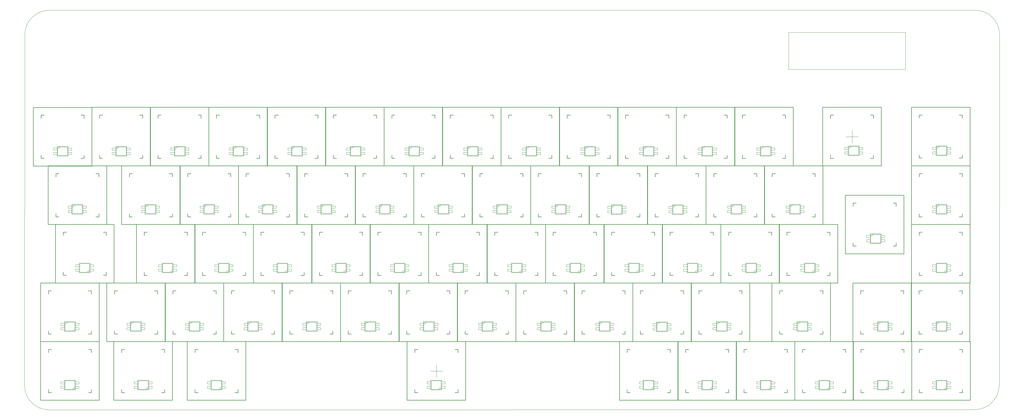
<source format=gbr>
G04 #@! TF.GenerationSoftware,KiCad,Pcbnew,(6.0.1)*
G04 #@! TF.CreationDate,2022-01-16T22:01:57-06:00*
G04 #@! TF.ProjectId,stain,73746169-6e2e-46b6-9963-61645f706362,rev?*
G04 #@! TF.SameCoordinates,Original*
G04 #@! TF.FileFunction,OtherDrawing,Comment*
%FSLAX46Y46*%
G04 Gerber Fmt 4.6, Leading zero omitted, Abs format (unit mm)*
G04 Created by KiCad (PCBNEW (6.0.1)) date 2022-01-16 22:01:57*
%MOMM*%
%LPD*%
G01*
G04 APERTURE LIST*
G04 #@! TA.AperFunction,Profile*
%ADD10C,0.100000*%
G04 #@! TD*
%ADD11C,0.150000*%
%ADD12C,0.100000*%
%ADD13C,0.120000*%
G04 #@! TA.AperFunction,Profile*
%ADD14C,0.120000*%
G04 #@! TD*
G04 APERTURE END LIST*
D10*
X24268170Y-15502478D02*
G75*
G03*
X16330670Y-23439978I0J-7937500D01*
G01*
X24163478Y-145433295D02*
X325153478Y-145338000D01*
X333195670Y-23411750D02*
G75*
G03*
X325282830Y-15474250I-7912840J24622D01*
G01*
X16225978Y-137852045D02*
G75*
G03*
X24163478Y-145433295I7937501J364621D01*
G01*
X333090978Y-137400500D02*
X333195670Y-23411750D01*
X325153478Y-145338000D02*
G75*
G03*
X333090978Y-137400500I0J7937500D01*
G01*
X16330670Y-23439978D02*
X16225978Y-137852045D01*
X24268170Y-15502478D02*
X325282830Y-15474250D01*
D11*
G04 #@! TO.C,SW8*
X152115750Y-47083750D02*
X171165750Y-47083750D01*
X168640750Y-49608750D02*
X168640750Y-50608750D01*
X167640750Y-63608750D02*
X168640750Y-63608750D01*
X154640750Y-49608750D02*
X155640750Y-49608750D01*
X152115750Y-66133750D02*
X152115750Y-47083750D01*
X154640750Y-63608750D02*
X155640750Y-63608750D01*
X168640750Y-63608750D02*
X168640750Y-62608750D01*
X154640750Y-50608750D02*
X154640750Y-49608750D01*
X171165750Y-47083750D02*
X171165750Y-66133750D01*
X154640750Y-62608750D02*
X154640750Y-63608750D01*
X171165750Y-66133750D02*
X152115750Y-66133750D01*
X168640750Y-49608750D02*
X167640750Y-49608750D01*
G04 #@! TO.C,SW21*
X126292750Y-82658750D02*
X127292750Y-82658750D01*
X123767750Y-85183750D02*
X123767750Y-66133750D01*
X126292750Y-69658750D02*
X126292750Y-68658750D01*
X140292750Y-68658750D02*
X139292750Y-68658750D01*
X126292750Y-68658750D02*
X127292750Y-68658750D01*
X139292750Y-82658750D02*
X140292750Y-82658750D01*
X123767750Y-66133750D02*
X142817750Y-66133750D01*
X142817750Y-66133750D02*
X142817750Y-85183750D01*
X140292750Y-68658750D02*
X140292750Y-69658750D01*
X126292750Y-81658750D02*
X126292750Y-82658750D01*
X142817750Y-85183750D02*
X123767750Y-85183750D01*
X140292750Y-82658750D02*
X140292750Y-81658750D01*
G04 #@! TO.C,SW34*
X109643750Y-104233750D02*
X90593750Y-104233750D01*
X90593750Y-85183750D02*
X109643750Y-85183750D01*
X107118750Y-87708750D02*
X106118750Y-87708750D01*
X106118750Y-101708750D02*
X107118750Y-101708750D01*
X93118750Y-100708750D02*
X93118750Y-101708750D01*
X109643750Y-85183750D02*
X109643750Y-104233750D01*
X93118750Y-88708750D02*
X93118750Y-87708750D01*
X107118750Y-87708750D02*
X107118750Y-88708750D01*
X93118750Y-87708750D02*
X94118750Y-87708750D01*
X107118750Y-101708750D02*
X107118750Y-100708750D01*
X93118750Y-101708750D02*
X94118750Y-101708750D01*
X90593750Y-104233750D02*
X90593750Y-85183750D01*
G04 #@! TO.C,SW15*
X321086750Y-63562750D02*
X321086750Y-62562750D01*
X307086750Y-62562750D02*
X307086750Y-63562750D01*
X307086750Y-63562750D02*
X308086750Y-63562750D01*
X307086750Y-49562750D02*
X308086750Y-49562750D01*
X307086750Y-50562750D02*
X307086750Y-49562750D01*
X304561750Y-66087750D02*
X304561750Y-47037750D01*
X320086750Y-63562750D02*
X321086750Y-63562750D01*
X304561750Y-47037750D02*
X323611750Y-47037750D01*
X321086750Y-49562750D02*
X321086750Y-50562750D01*
X323611750Y-47037750D02*
X323611750Y-66087750D01*
X323611750Y-66087750D02*
X304561750Y-66087750D01*
X321086750Y-49562750D02*
X320086750Y-49562750D01*
G04 #@! TO.C,SW60*
X157145750Y-125809750D02*
X157145750Y-126809750D01*
X143145750Y-139809750D02*
X144145750Y-139809750D01*
X140620750Y-142334750D02*
X140620750Y-123284750D01*
X156145750Y-139809750D02*
X157145750Y-139809750D01*
X159670750Y-123284750D02*
X159670750Y-142334750D01*
X157145750Y-125809750D02*
X156145750Y-125809750D01*
X143145750Y-126809750D02*
X143145750Y-125809750D01*
X140620750Y-123284750D02*
X159670750Y-123284750D01*
X143145750Y-125809750D02*
X144145750Y-125809750D01*
X159670750Y-142334750D02*
X140620750Y-142334750D01*
X143145750Y-138809750D02*
X143145750Y-139809750D01*
X157145750Y-139809750D02*
X157145750Y-138809750D01*
G04 #@! TO.C,SW49*
X102482750Y-106759750D02*
X103482750Y-106759750D01*
X119007750Y-104234750D02*
X119007750Y-123284750D01*
X116482750Y-106759750D02*
X115482750Y-106759750D01*
X102482750Y-119759750D02*
X102482750Y-120759750D01*
X116482750Y-106759750D02*
X116482750Y-107759750D01*
X102482750Y-107759750D02*
X102482750Y-106759750D01*
X119007750Y-123284750D02*
X99957750Y-123284750D01*
X99957750Y-104234750D02*
X119007750Y-104234750D01*
X99957750Y-123284750D02*
X99957750Y-104234750D01*
X115482750Y-120759750D02*
X116482750Y-120759750D01*
X102482750Y-120759750D02*
X103482750Y-120759750D01*
X116482750Y-120759750D02*
X116482750Y-119759750D01*
G04 #@! TO.C,SW26*
X218767750Y-66133750D02*
X237817750Y-66133750D01*
X237817750Y-66133750D02*
X237817750Y-85183750D01*
X218767750Y-85183750D02*
X218767750Y-66133750D01*
X221292750Y-69658750D02*
X221292750Y-68658750D01*
X221292750Y-82658750D02*
X222292750Y-82658750D01*
X235292750Y-82658750D02*
X235292750Y-81658750D01*
X234292750Y-82658750D02*
X235292750Y-82658750D01*
X235292750Y-68658750D02*
X234292750Y-68658750D01*
X221292750Y-81658750D02*
X221292750Y-82658750D01*
X235292750Y-68658750D02*
X235292750Y-69658750D01*
X237817750Y-85183750D02*
X218767750Y-85183750D01*
X221292750Y-68658750D02*
X222292750Y-68658750D01*
G04 #@! TO.C,SW57*
X261763750Y-107759750D02*
X261763750Y-106759750D01*
X259238750Y-104234750D02*
X278288750Y-104234750D01*
X274763750Y-120759750D02*
X275763750Y-120759750D01*
X261763750Y-120759750D02*
X262763750Y-120759750D01*
X275763750Y-120759750D02*
X275763750Y-119759750D01*
X259238750Y-123284750D02*
X259238750Y-104234750D01*
X275763750Y-106759750D02*
X275763750Y-107759750D01*
X275763750Y-106759750D02*
X274763750Y-106759750D01*
X278288750Y-123284750D02*
X259238750Y-123284750D01*
X278288750Y-104234750D02*
X278288750Y-123284750D01*
X261763750Y-106759750D02*
X262763750Y-106759750D01*
X261763750Y-119759750D02*
X261763750Y-120759750D01*
D12*
G04 #@! TO.C,REF\u002A\u002A*
X150145750Y-134809750D02*
X150145750Y-130809750D01*
X148145750Y-132809750D02*
X152145750Y-132809750D01*
D11*
G04 #@! TO.C,SW27*
X254292750Y-82658750D02*
X254292750Y-81658750D01*
X254292750Y-68658750D02*
X254292750Y-69658750D01*
X237767750Y-85183750D02*
X237767750Y-66133750D01*
X256817750Y-85183750D02*
X237767750Y-85183750D01*
X240292750Y-69658750D02*
X240292750Y-68658750D01*
X240292750Y-68658750D02*
X241292750Y-68658750D01*
X253292750Y-82658750D02*
X254292750Y-82658750D01*
X237767750Y-66133750D02*
X256817750Y-66133750D01*
X254292750Y-68658750D02*
X253292750Y-68658750D01*
X240292750Y-82658750D02*
X241292750Y-82658750D01*
X240292750Y-81658750D02*
X240292750Y-82658750D01*
X256817750Y-66133750D02*
X256817750Y-85183750D01*
G04 #@! TO.C,SW3*
X57115750Y-47083750D02*
X76165750Y-47083750D01*
X57115750Y-66133750D02*
X57115750Y-47083750D01*
X59640750Y-49608750D02*
X60640750Y-49608750D01*
X72640750Y-63608750D02*
X73640750Y-63608750D01*
X73640750Y-49608750D02*
X72640750Y-49608750D01*
X59640750Y-50608750D02*
X59640750Y-49608750D01*
X59640750Y-63608750D02*
X60640750Y-63608750D01*
X76165750Y-66133750D02*
X57115750Y-66133750D01*
X73640750Y-49608750D02*
X73640750Y-50608750D01*
X73640750Y-63608750D02*
X73640750Y-62608750D01*
X76165750Y-47083750D02*
X76165750Y-66133750D01*
X59640750Y-62608750D02*
X59640750Y-63608750D01*
G04 #@! TO.C,SW28*
X273292750Y-68658750D02*
X272292750Y-68658750D01*
X275817750Y-66133750D02*
X275817750Y-85183750D01*
X256767750Y-66133750D02*
X275817750Y-66133750D01*
X259292750Y-82658750D02*
X260292750Y-82658750D01*
X273292750Y-82658750D02*
X273292750Y-81658750D01*
X259292750Y-69658750D02*
X259292750Y-68658750D01*
X259292750Y-81658750D02*
X259292750Y-82658750D01*
X275817750Y-85183750D02*
X256767750Y-85183750D01*
X273292750Y-68658750D02*
X273292750Y-69658750D01*
X256767750Y-85183750D02*
X256767750Y-66133750D01*
X259292750Y-68658750D02*
X260292750Y-68658750D01*
X272292750Y-82658750D02*
X273292750Y-82658750D01*
G04 #@! TO.C,SW54*
X211482750Y-106759750D02*
X210482750Y-106759750D01*
X211482750Y-120759750D02*
X211482750Y-119759750D01*
X194957750Y-104234750D02*
X214007750Y-104234750D01*
X197482750Y-106759750D02*
X198482750Y-106759750D01*
X211482750Y-106759750D02*
X211482750Y-107759750D01*
X210482750Y-120759750D02*
X211482750Y-120759750D01*
X197482750Y-119759750D02*
X197482750Y-120759750D01*
X214007750Y-123284750D02*
X194957750Y-123284750D01*
X214007750Y-104234750D02*
X214007750Y-123284750D01*
X194957750Y-123284750D02*
X194957750Y-104234750D01*
X197482750Y-120759750D02*
X198482750Y-120759750D01*
X197482750Y-107759750D02*
X197482750Y-106759750D01*
G04 #@! TO.C,SW53*
X178482750Y-107759750D02*
X178482750Y-106759750D01*
X175957750Y-123284750D02*
X175957750Y-104234750D01*
X192482750Y-106759750D02*
X191482750Y-106759750D01*
X178482750Y-119759750D02*
X178482750Y-120759750D01*
X195007750Y-123284750D02*
X175957750Y-123284750D01*
X178482750Y-120759750D02*
X179482750Y-120759750D01*
X175957750Y-104234750D02*
X195007750Y-104234750D01*
X191482750Y-120759750D02*
X192482750Y-120759750D01*
X195007750Y-104234750D02*
X195007750Y-123284750D01*
X192482750Y-106759750D02*
X192482750Y-107759750D01*
X178482750Y-106759750D02*
X179482750Y-106759750D01*
X192482750Y-120759750D02*
X192482750Y-119759750D01*
G04 #@! TO.C,SW23*
X178292750Y-68658750D02*
X177292750Y-68658750D01*
X164292750Y-69658750D02*
X164292750Y-68658750D01*
X164292750Y-82658750D02*
X165292750Y-82658750D01*
X178292750Y-68658750D02*
X178292750Y-69658750D01*
X161767750Y-66133750D02*
X180817750Y-66133750D01*
X180817750Y-85183750D02*
X161767750Y-85183750D01*
X177292750Y-82658750D02*
X178292750Y-82658750D01*
X164292750Y-68658750D02*
X165292750Y-68658750D01*
X161767750Y-85183750D02*
X161767750Y-66133750D01*
X178292750Y-82658750D02*
X178292750Y-81658750D01*
X180817750Y-66133750D02*
X180817750Y-85183750D01*
X164292750Y-81658750D02*
X164292750Y-82658750D01*
G04 #@! TO.C,SW6*
X133165750Y-47083750D02*
X133165750Y-66133750D01*
X114115750Y-66133750D02*
X114115750Y-47083750D01*
X129640750Y-63608750D02*
X130640750Y-63608750D01*
X130640750Y-49608750D02*
X129640750Y-49608750D01*
X114115750Y-47083750D02*
X133165750Y-47083750D01*
X130640750Y-49608750D02*
X130640750Y-50608750D01*
X130640750Y-63608750D02*
X130640750Y-62608750D01*
X116640750Y-62608750D02*
X116640750Y-63608750D01*
X133165750Y-66133750D02*
X114115750Y-66133750D01*
X116640750Y-50608750D02*
X116640750Y-49608750D01*
X116640750Y-63608750D02*
X117640750Y-63608750D01*
X116640750Y-49608750D02*
X117640750Y-49608750D01*
G04 #@! TO.C,SW51*
X137957750Y-104234750D02*
X157007750Y-104234750D01*
X140482750Y-106759750D02*
X141482750Y-106759750D01*
X157007750Y-123284750D02*
X137957750Y-123284750D01*
X154482750Y-106759750D02*
X154482750Y-107759750D01*
X153482750Y-120759750D02*
X154482750Y-120759750D01*
X140482750Y-120759750D02*
X141482750Y-120759750D01*
X140482750Y-119759750D02*
X140482750Y-120759750D01*
X154482750Y-120759750D02*
X154482750Y-119759750D01*
X137957750Y-123284750D02*
X137957750Y-104234750D01*
X140482750Y-107759750D02*
X140482750Y-106759750D01*
X157007750Y-104234750D02*
X157007750Y-123284750D01*
X154482750Y-106759750D02*
X153482750Y-106759750D01*
G04 #@! TO.C,SW61*
X226153750Y-125808750D02*
X226153750Y-126808750D01*
X212153750Y-125808750D02*
X213153750Y-125808750D01*
X212153750Y-126808750D02*
X212153750Y-125808750D01*
X226153750Y-139808750D02*
X226153750Y-138808750D01*
X212153750Y-139808750D02*
X213153750Y-139808750D01*
X212153750Y-138808750D02*
X212153750Y-139808750D01*
X228678750Y-142333750D02*
X209628750Y-142333750D01*
X226153750Y-125808750D02*
X225153750Y-125808750D01*
X225153750Y-139808750D02*
X226153750Y-139808750D01*
X228678750Y-123283750D02*
X228678750Y-142333750D01*
X209628750Y-142333750D02*
X209628750Y-123283750D01*
X209628750Y-123283750D02*
X228678750Y-123283750D01*
G04 #@! TO.C,SW19*
X101292750Y-82658750D02*
X102292750Y-82658750D01*
X88292750Y-69658750D02*
X88292750Y-68658750D01*
X85767750Y-85183750D02*
X85767750Y-66133750D01*
X102292750Y-68658750D02*
X101292750Y-68658750D01*
X104817750Y-66133750D02*
X104817750Y-85183750D01*
X104817750Y-85183750D02*
X85767750Y-85183750D01*
X88292750Y-82658750D02*
X89292750Y-82658750D01*
X85767750Y-66133750D02*
X104817750Y-66133750D01*
X88292750Y-68658750D02*
X89292750Y-68658750D01*
X102292750Y-68658750D02*
X102292750Y-69658750D01*
X102292750Y-82658750D02*
X102292750Y-81658750D01*
X88292750Y-81658750D02*
X88292750Y-82658750D01*
G04 #@! TO.C,SW32*
X55118750Y-88708750D02*
X55118750Y-87708750D01*
X71643750Y-104233750D02*
X52593750Y-104233750D01*
X55118750Y-101708750D02*
X56118750Y-101708750D01*
X69118750Y-101708750D02*
X69118750Y-100708750D01*
X52593750Y-85183750D02*
X71643750Y-85183750D01*
X69118750Y-87708750D02*
X69118750Y-88708750D01*
X68118750Y-101708750D02*
X69118750Y-101708750D01*
X69118750Y-87708750D02*
X68118750Y-87708750D01*
X52593750Y-104233750D02*
X52593750Y-85183750D01*
X55118750Y-100708750D02*
X55118750Y-101708750D01*
X71643750Y-85183750D02*
X71643750Y-104233750D01*
X55118750Y-87708750D02*
X56118750Y-87708750D01*
G04 #@! TO.C,SW46*
X62007750Y-123284750D02*
X42957750Y-123284750D01*
X59482750Y-106759750D02*
X59482750Y-107759750D01*
X59482750Y-106759750D02*
X58482750Y-106759750D01*
X45482750Y-119759750D02*
X45482750Y-120759750D01*
X45482750Y-107759750D02*
X45482750Y-106759750D01*
X42957750Y-104234750D02*
X62007750Y-104234750D01*
X45482750Y-106759750D02*
X46482750Y-106759750D01*
X58482750Y-120759750D02*
X59482750Y-120759750D01*
X59482750Y-120759750D02*
X59482750Y-119759750D01*
X62007750Y-104234750D02*
X62007750Y-123284750D01*
X42957750Y-123284750D02*
X42957750Y-104234750D01*
X45482750Y-120759750D02*
X46482750Y-120759750D01*
G04 #@! TO.C,SW17*
X50292750Y-81658750D02*
X50292750Y-82658750D01*
X50292750Y-69658750D02*
X50292750Y-68658750D01*
X66817750Y-66133750D02*
X66817750Y-85183750D01*
X64292750Y-68658750D02*
X64292750Y-69658750D01*
X47767750Y-85183750D02*
X47767750Y-66133750D01*
X63292750Y-82658750D02*
X64292750Y-82658750D01*
X50292750Y-68658750D02*
X51292750Y-68658750D01*
X64292750Y-82658750D02*
X64292750Y-81658750D01*
X66817750Y-85183750D02*
X47767750Y-85183750D01*
X50292750Y-82658750D02*
X51292750Y-82658750D01*
X64292750Y-68658750D02*
X63292750Y-68658750D01*
X47767750Y-66133750D02*
X66817750Y-66133750D01*
G04 #@! TO.C,SW29*
X307086750Y-88708750D02*
X307086750Y-87708750D01*
X307086750Y-101708750D02*
X308086750Y-101708750D01*
X321086750Y-101708750D02*
X321086750Y-100708750D01*
X323611750Y-85183750D02*
X323611750Y-104233750D01*
X323611750Y-104233750D02*
X304561750Y-104233750D01*
X321086750Y-87708750D02*
X321086750Y-88708750D01*
X321086750Y-87708750D02*
X320086750Y-87708750D01*
X304561750Y-85183750D02*
X323611750Y-85183750D01*
X307086750Y-87708750D02*
X308086750Y-87708750D01*
X307086750Y-100708750D02*
X307086750Y-101708750D01*
X304561750Y-104233750D02*
X304561750Y-85183750D01*
X320086750Y-101708750D02*
X321086750Y-101708750D01*
G04 #@! TO.C,SW64*
X283153750Y-139808750D02*
X283153750Y-138808750D01*
X269153750Y-139808750D02*
X270153750Y-139808750D01*
X283153750Y-125808750D02*
X283153750Y-126808750D01*
X285678750Y-123283750D02*
X285678750Y-142333750D01*
X285678750Y-142333750D02*
X266628750Y-142333750D01*
X266628750Y-123283750D02*
X285678750Y-123283750D01*
X269153750Y-126808750D02*
X269153750Y-125808750D01*
X266628750Y-142333750D02*
X266628750Y-123283750D01*
X283153750Y-125808750D02*
X282153750Y-125808750D01*
X269153750Y-125808750D02*
X270153750Y-125808750D01*
X269153750Y-138808750D02*
X269153750Y-139808750D01*
X282153750Y-139808750D02*
X283153750Y-139808750D01*
G04 #@! TO.C,SW45*
X37956250Y-106759750D02*
X36956250Y-106759750D01*
X36956250Y-120759750D02*
X37956250Y-120759750D01*
X23956250Y-120759750D02*
X24956250Y-120759750D01*
X23956250Y-106759750D02*
X24956250Y-106759750D01*
X23956250Y-107759750D02*
X23956250Y-106759750D01*
X37956250Y-106759750D02*
X37956250Y-107759750D01*
X21431250Y-104234750D02*
X40481250Y-104234750D01*
X23956250Y-119759750D02*
X23956250Y-120759750D01*
X40481250Y-123284750D02*
X21431250Y-123284750D01*
X40481250Y-104234750D02*
X40481250Y-123284750D01*
X37956250Y-120759750D02*
X37956250Y-119759750D01*
X21431250Y-123284750D02*
X21431250Y-104234750D01*
D12*
G04 #@! TO.C,REF\u002A\u002A*
X285257750Y-58608750D02*
X285257750Y-54608750D01*
X283257750Y-56608750D02*
X287257750Y-56608750D01*
D11*
G04 #@! TO.C,SW62*
X228628750Y-142333750D02*
X228628750Y-123283750D01*
X231153750Y-139808750D02*
X232153750Y-139808750D01*
X231153750Y-125808750D02*
X232153750Y-125808750D01*
X245153750Y-125808750D02*
X244153750Y-125808750D01*
X247678750Y-142333750D02*
X228628750Y-142333750D01*
X231153750Y-138808750D02*
X231153750Y-139808750D01*
X244153750Y-139808750D02*
X245153750Y-139808750D01*
X245153750Y-125808750D02*
X245153750Y-126808750D01*
X228628750Y-123283750D02*
X247678750Y-123283750D01*
X245153750Y-139808750D02*
X245153750Y-138808750D01*
X231153750Y-126808750D02*
X231153750Y-125808750D01*
X247678750Y-123283750D02*
X247678750Y-142333750D01*
G04 #@! TO.C,SW16*
X23891750Y-85183750D02*
X23891750Y-66133750D01*
X40416750Y-68658750D02*
X39416750Y-68658750D01*
X40416750Y-68658750D02*
X40416750Y-69658750D01*
X42941750Y-85183750D02*
X23891750Y-85183750D01*
X26416750Y-82658750D02*
X27416750Y-82658750D01*
X26416750Y-68658750D02*
X27416750Y-68658750D01*
X23891750Y-66133750D02*
X42941750Y-66133750D01*
X39416750Y-82658750D02*
X40416750Y-82658750D01*
X26416750Y-69658750D02*
X26416750Y-68658750D01*
X40416750Y-82658750D02*
X40416750Y-81658750D01*
X26416750Y-81658750D02*
X26416750Y-82658750D01*
X42941750Y-66133750D02*
X42941750Y-85183750D01*
G04 #@! TO.C,SW11*
X211640750Y-49608750D02*
X212640750Y-49608750D01*
X225640750Y-49608750D02*
X225640750Y-50608750D01*
X225640750Y-63608750D02*
X225640750Y-62608750D01*
X209115750Y-47083750D02*
X228165750Y-47083750D01*
X211640750Y-62608750D02*
X211640750Y-63608750D01*
X211640750Y-63608750D02*
X212640750Y-63608750D01*
X209115750Y-66133750D02*
X209115750Y-47083750D01*
X228165750Y-66133750D02*
X209115750Y-66133750D01*
X211640750Y-50608750D02*
X211640750Y-49608750D01*
X224640750Y-63608750D02*
X225640750Y-63608750D01*
X228165750Y-47083750D02*
X228165750Y-66133750D01*
X225640750Y-49608750D02*
X224640750Y-49608750D01*
G04 #@! TO.C,SW40*
X221118750Y-101708750D02*
X221118750Y-100708750D01*
X204593750Y-85183750D02*
X223643750Y-85183750D01*
X204593750Y-104233750D02*
X204593750Y-85183750D01*
X207118750Y-101708750D02*
X208118750Y-101708750D01*
X220118750Y-101708750D02*
X221118750Y-101708750D01*
X223643750Y-104233750D02*
X204593750Y-104233750D01*
X207118750Y-88708750D02*
X207118750Y-87708750D01*
X221118750Y-87708750D02*
X221118750Y-88708750D01*
X223643750Y-85183750D02*
X223643750Y-104233750D01*
X221118750Y-87708750D02*
X220118750Y-87708750D01*
X207118750Y-87708750D02*
X208118750Y-87708750D01*
X207118750Y-100708750D02*
X207118750Y-101708750D01*
G04 #@! TO.C,SW33*
X90643750Y-85183750D02*
X90643750Y-104233750D01*
X74118750Y-87708750D02*
X75118750Y-87708750D01*
X88118750Y-101708750D02*
X88118750Y-100708750D01*
X88118750Y-87708750D02*
X88118750Y-88708750D01*
X71593750Y-104233750D02*
X71593750Y-85183750D01*
X74118750Y-88708750D02*
X74118750Y-87708750D01*
X88118750Y-87708750D02*
X87118750Y-87708750D01*
X90643750Y-104233750D02*
X71593750Y-104233750D01*
X71593750Y-85183750D02*
X90643750Y-85183750D01*
X74118750Y-100708750D02*
X74118750Y-101708750D01*
X74118750Y-101708750D02*
X75118750Y-101708750D01*
X87118750Y-101708750D02*
X88118750Y-101708750D01*
G04 #@! TO.C,SW30*
X323611750Y-66133750D02*
X323611750Y-85183750D01*
X304561750Y-85183750D02*
X304561750Y-66133750D01*
X321086750Y-68658750D02*
X320086750Y-68658750D01*
X304561750Y-66133750D02*
X323611750Y-66133750D01*
X307086750Y-68658750D02*
X308086750Y-68658750D01*
X307086750Y-81658750D02*
X307086750Y-82658750D01*
X307086750Y-82658750D02*
X308086750Y-82658750D01*
X323611750Y-85183750D02*
X304561750Y-85183750D01*
X321086750Y-68658750D02*
X321086750Y-69658750D01*
X321086750Y-82658750D02*
X321086750Y-81658750D01*
X320086750Y-82658750D02*
X321086750Y-82658750D01*
X307086750Y-69658750D02*
X307086750Y-68658750D01*
G04 #@! TO.C,SW24*
X183292750Y-81658750D02*
X183292750Y-82658750D01*
X183292750Y-69658750D02*
X183292750Y-68658750D01*
X183292750Y-82658750D02*
X184292750Y-82658750D01*
X197292750Y-82658750D02*
X197292750Y-81658750D01*
X197292750Y-68658750D02*
X197292750Y-69658750D01*
X183292750Y-68658750D02*
X184292750Y-68658750D01*
X180767750Y-85183750D02*
X180767750Y-66133750D01*
X199817750Y-66133750D02*
X199817750Y-85183750D01*
X197292750Y-68658750D02*
X196292750Y-68658750D01*
X199817750Y-85183750D02*
X180767750Y-85183750D01*
X180767750Y-66133750D02*
X199817750Y-66133750D01*
X196292750Y-82658750D02*
X197292750Y-82658750D01*
G04 #@! TO.C,SW56*
X252007750Y-104234750D02*
X252007750Y-123284750D01*
X249482750Y-106759750D02*
X248482750Y-106759750D01*
X235482750Y-106759750D02*
X236482750Y-106759750D01*
X249482750Y-120759750D02*
X249482750Y-119759750D01*
X235482750Y-120759750D02*
X236482750Y-120759750D01*
X248482750Y-120759750D02*
X249482750Y-120759750D01*
X252007750Y-123284750D02*
X232957750Y-123284750D01*
X235482750Y-107759750D02*
X235482750Y-106759750D01*
X249482750Y-106759750D02*
X249482750Y-107759750D01*
X232957750Y-104234750D02*
X252007750Y-104234750D01*
X235482750Y-119759750D02*
X235482750Y-120759750D01*
X232957750Y-123284750D02*
X232957750Y-104234750D01*
G04 #@! TO.C,SW10*
X206640750Y-49608750D02*
X205640750Y-49608750D01*
X209165750Y-47083750D02*
X209165750Y-66133750D01*
X190115750Y-66133750D02*
X190115750Y-47083750D01*
X192640750Y-50608750D02*
X192640750Y-49608750D01*
X190115750Y-47083750D02*
X209165750Y-47083750D01*
X192640750Y-63608750D02*
X193640750Y-63608750D01*
X209165750Y-66133750D02*
X190115750Y-66133750D01*
X205640750Y-63608750D02*
X206640750Y-63608750D01*
X192640750Y-62608750D02*
X192640750Y-63608750D01*
X192640750Y-49608750D02*
X193640750Y-49608750D01*
X206640750Y-49608750D02*
X206640750Y-50608750D01*
X206640750Y-63608750D02*
X206640750Y-62608750D01*
G04 #@! TO.C,SW13*
X249640750Y-49608750D02*
X250640750Y-49608750D01*
X263640750Y-49608750D02*
X263640750Y-50608750D01*
X247115750Y-47083750D02*
X266165750Y-47083750D01*
X247115750Y-66133750D02*
X247115750Y-47083750D01*
X249640750Y-50608750D02*
X249640750Y-49608750D01*
X249640750Y-63608750D02*
X250640750Y-63608750D01*
X262640750Y-63608750D02*
X263640750Y-63608750D01*
X266165750Y-47083750D02*
X266165750Y-66133750D01*
X263640750Y-63608750D02*
X263640750Y-62608750D01*
X263640750Y-49608750D02*
X262640750Y-49608750D01*
X266165750Y-66133750D02*
X247115750Y-66133750D01*
X249640750Y-62608750D02*
X249640750Y-63608750D01*
G04 #@! TO.C,SW55*
X230482750Y-106759750D02*
X229482750Y-106759750D01*
X216482750Y-106759750D02*
X217482750Y-106759750D01*
X216482750Y-119759750D02*
X216482750Y-120759750D01*
X216482750Y-107759750D02*
X216482750Y-106759750D01*
X216482750Y-120759750D02*
X217482750Y-120759750D01*
X230482750Y-106759750D02*
X230482750Y-107759750D01*
X213957750Y-123284750D02*
X213957750Y-104234750D01*
X233007750Y-104234750D02*
X233007750Y-123284750D01*
X233007750Y-123284750D02*
X213957750Y-123284750D01*
X213957750Y-104234750D02*
X233007750Y-104234750D01*
X229482750Y-120759750D02*
X230482750Y-120759750D01*
X230482750Y-120759750D02*
X230482750Y-119759750D01*
G04 #@! TO.C,SW9*
X173640750Y-63608750D02*
X174640750Y-63608750D01*
X190165750Y-66133750D02*
X171115750Y-66133750D01*
X173640750Y-50608750D02*
X173640750Y-49608750D01*
X187640750Y-49608750D02*
X187640750Y-50608750D01*
X190165750Y-47083750D02*
X190165750Y-66133750D01*
X173640750Y-49608750D02*
X174640750Y-49608750D01*
X171115750Y-66133750D02*
X171115750Y-47083750D01*
X171115750Y-47083750D02*
X190165750Y-47083750D01*
X187640750Y-49608750D02*
X186640750Y-49608750D01*
X186640750Y-63608750D02*
X187640750Y-63608750D01*
X173640750Y-62608750D02*
X173640750Y-63608750D01*
X187640750Y-63608750D02*
X187640750Y-62608750D01*
G04 #@! TO.C,SW1*
X21618750Y-62618750D02*
X21618750Y-63618750D01*
X21618750Y-49618750D02*
X22618750Y-49618750D01*
X34618750Y-63618750D02*
X35618750Y-63618750D01*
X19093750Y-47093750D02*
X38143750Y-47093750D01*
X21618750Y-63618750D02*
X22618750Y-63618750D01*
X21618750Y-50618750D02*
X21618750Y-49618750D01*
X38143750Y-66143750D02*
X19093750Y-66143750D01*
X19093750Y-66143750D02*
X19093750Y-47093750D01*
X35618750Y-49618750D02*
X35618750Y-50618750D01*
X35618750Y-63618750D02*
X35618750Y-62618750D01*
X35618750Y-49618750D02*
X34618750Y-49618750D01*
X38143750Y-47093750D02*
X38143750Y-66143750D01*
G04 #@! TO.C,SW48*
X100007750Y-123284750D02*
X80957750Y-123284750D01*
X80957750Y-104234750D02*
X100007750Y-104234750D01*
X97482750Y-106759750D02*
X96482750Y-106759750D01*
X97482750Y-120759750D02*
X97482750Y-119759750D01*
X83482750Y-120759750D02*
X84482750Y-120759750D01*
X83482750Y-107759750D02*
X83482750Y-106759750D01*
X100007750Y-104234750D02*
X100007750Y-123284750D01*
X97482750Y-106759750D02*
X97482750Y-107759750D01*
X96482750Y-120759750D02*
X97482750Y-120759750D01*
X83482750Y-119759750D02*
X83482750Y-120759750D01*
X80957750Y-123284750D02*
X80957750Y-104234750D01*
X83482750Y-106759750D02*
X84482750Y-106759750D01*
G04 #@! TO.C,SW31*
X28821550Y-100684350D02*
X28821550Y-101684350D01*
X28821550Y-101684350D02*
X29821550Y-101684350D01*
X26296550Y-104209350D02*
X26296550Y-85159350D01*
X42821550Y-87684350D02*
X42821550Y-88684350D01*
X42821550Y-87684350D02*
X41821550Y-87684350D01*
X26296550Y-85159350D02*
X45346550Y-85159350D01*
X28821550Y-88684350D02*
X28821550Y-87684350D01*
X42821550Y-101684350D02*
X42821550Y-100684350D01*
X45346550Y-85159350D02*
X45346550Y-104209350D01*
X28821550Y-87684350D02*
X29821550Y-87684350D01*
X45346550Y-104209350D02*
X26296550Y-104209350D01*
X41821550Y-101684350D02*
X42821550Y-101684350D01*
G04 #@! TO.C,SW2*
X40640750Y-49608750D02*
X41640750Y-49608750D01*
X54640750Y-63608750D02*
X54640750Y-62608750D01*
X38115750Y-66133750D02*
X38115750Y-47083750D01*
X40640750Y-50608750D02*
X40640750Y-49608750D01*
X57165750Y-66133750D02*
X38115750Y-66133750D01*
X54640750Y-49608750D02*
X53640750Y-49608750D01*
X40640750Y-63608750D02*
X41640750Y-63608750D01*
X54640750Y-49608750D02*
X54640750Y-50608750D01*
X53640750Y-63608750D02*
X54640750Y-63608750D01*
X40640750Y-62608750D02*
X40640750Y-63608750D01*
X38115750Y-47083750D02*
X57165750Y-47083750D01*
X57165750Y-47083750D02*
X57165750Y-66133750D01*
G04 #@! TO.C,SW38*
X183118750Y-87708750D02*
X182118750Y-87708750D01*
X183118750Y-101708750D02*
X183118750Y-100708750D01*
X182118750Y-101708750D02*
X183118750Y-101708750D01*
X166593750Y-85183750D02*
X185643750Y-85183750D01*
X169118750Y-101708750D02*
X170118750Y-101708750D01*
X169118750Y-87708750D02*
X170118750Y-87708750D01*
X169118750Y-100708750D02*
X169118750Y-101708750D01*
X185643750Y-85183750D02*
X185643750Y-104233750D01*
X183118750Y-87708750D02*
X183118750Y-88708750D01*
X169118750Y-88708750D02*
X169118750Y-87708750D01*
X166593750Y-104233750D02*
X166593750Y-85183750D01*
X185643750Y-104233750D02*
X166593750Y-104233750D01*
G04 #@! TO.C,SW39*
X202118750Y-87708750D02*
X202118750Y-88708750D01*
X185593750Y-104233750D02*
X185593750Y-85183750D01*
X188118750Y-87708750D02*
X189118750Y-87708750D01*
X202118750Y-101708750D02*
X202118750Y-100708750D01*
X188118750Y-101708750D02*
X189118750Y-101708750D01*
X188118750Y-88708750D02*
X188118750Y-87708750D01*
X204643750Y-104233750D02*
X185593750Y-104233750D01*
X204643750Y-85183750D02*
X204643750Y-104233750D01*
X201118750Y-101708750D02*
X202118750Y-101708750D01*
X202118750Y-87708750D02*
X201118750Y-87708750D01*
X185593750Y-85183750D02*
X204643750Y-85183750D01*
X188118750Y-100708750D02*
X188118750Y-101708750D01*
D13*
G04 #@! TO.C,OL1*
X264622750Y-34669750D02*
X264622750Y-22669750D01*
X302622750Y-34669750D02*
X264622750Y-34669750D01*
X264622750Y-22669750D02*
X302622750Y-22669750D01*
X302622750Y-34669750D02*
X302622750Y-22669750D01*
D11*
G04 #@! TO.C,SW22*
X161817750Y-85183750D02*
X142767750Y-85183750D01*
X159292750Y-82658750D02*
X159292750Y-81658750D01*
X159292750Y-68658750D02*
X159292750Y-69658750D01*
X145292750Y-68658750D02*
X146292750Y-68658750D01*
X161817750Y-66133750D02*
X161817750Y-85183750D01*
X159292750Y-68658750D02*
X158292750Y-68658750D01*
X145292750Y-69658750D02*
X145292750Y-68658750D01*
X145292750Y-81658750D02*
X145292750Y-82658750D01*
X145292750Y-82658750D02*
X146292750Y-82658750D01*
X142767750Y-85183750D02*
X142767750Y-66133750D01*
X158292750Y-82658750D02*
X159292750Y-82658750D01*
X142767750Y-66133750D02*
X161817750Y-66133750D01*
G04 #@! TO.C,SW37*
X166643750Y-85183750D02*
X166643750Y-104233750D01*
X166643750Y-104233750D02*
X147593750Y-104233750D01*
X150118750Y-101708750D02*
X151118750Y-101708750D01*
X150118750Y-88708750D02*
X150118750Y-87708750D01*
X150118750Y-100708750D02*
X150118750Y-101708750D01*
X164118750Y-87708750D02*
X164118750Y-88708750D01*
X147593750Y-104233750D02*
X147593750Y-85183750D01*
X164118750Y-101708750D02*
X164118750Y-100708750D01*
X163118750Y-101708750D02*
X164118750Y-101708750D01*
X147593750Y-85183750D02*
X166643750Y-85183750D01*
X164118750Y-87708750D02*
X163118750Y-87708750D01*
X150118750Y-87708750D02*
X151118750Y-87708750D01*
G04 #@! TO.C,SW50*
X135482750Y-106759750D02*
X134482750Y-106759750D01*
X118957750Y-104234750D02*
X138007750Y-104234750D01*
X135482750Y-120759750D02*
X135482750Y-119759750D01*
X121482750Y-120759750D02*
X122482750Y-120759750D01*
X118957750Y-123284750D02*
X118957750Y-104234750D01*
X134482750Y-120759750D02*
X135482750Y-120759750D01*
X121482750Y-107759750D02*
X121482750Y-106759750D01*
X138007750Y-104234750D02*
X138007750Y-123284750D01*
X135482750Y-106759750D02*
X135482750Y-107759750D01*
X121482750Y-106759750D02*
X122482750Y-106759750D01*
X138007750Y-123284750D02*
X118957750Y-123284750D01*
X121482750Y-119759750D02*
X121482750Y-120759750D01*
G04 #@! TO.C,SW66*
X321153750Y-139808750D02*
X321153750Y-138808750D01*
X304628750Y-142333750D02*
X304628750Y-123283750D01*
X323678750Y-123283750D02*
X323678750Y-142333750D01*
X323678750Y-142333750D02*
X304628750Y-142333750D01*
X304628750Y-123283750D02*
X323678750Y-123283750D01*
X321153750Y-125808750D02*
X321153750Y-126808750D01*
X321153750Y-125808750D02*
X320153750Y-125808750D01*
X307153750Y-138808750D02*
X307153750Y-139808750D01*
X307153750Y-139808750D02*
X308153750Y-139808750D01*
X307153750Y-125808750D02*
X308153750Y-125808750D01*
X307153750Y-126808750D02*
X307153750Y-125808750D01*
X320153750Y-139808750D02*
X321153750Y-139808750D01*
G04 #@! TO.C,SW59*
X304527750Y-104234750D02*
X323577750Y-104234750D01*
X304527750Y-123284750D02*
X304527750Y-104234750D01*
X307052750Y-120759750D02*
X308052750Y-120759750D01*
X321052750Y-106759750D02*
X321052750Y-107759750D01*
X321052750Y-106759750D02*
X320052750Y-106759750D01*
X307052750Y-119759750D02*
X307052750Y-120759750D01*
X307052750Y-106759750D02*
X308052750Y-106759750D01*
X307052750Y-107759750D02*
X307052750Y-106759750D01*
X323577750Y-104234750D02*
X323577750Y-123284750D01*
X323577750Y-123284750D02*
X304527750Y-123284750D01*
X320052750Y-120759750D02*
X321052750Y-120759750D01*
X321052750Y-120759750D02*
X321052750Y-119759750D01*
G04 #@! TO.C,SW41*
X226118750Y-101708750D02*
X227118750Y-101708750D01*
X242643750Y-85183750D02*
X242643750Y-104233750D01*
X242643750Y-104233750D02*
X223593750Y-104233750D01*
X239118750Y-101708750D02*
X240118750Y-101708750D01*
X240118750Y-87708750D02*
X239118750Y-87708750D01*
X240118750Y-87708750D02*
X240118750Y-88708750D01*
X223593750Y-104233750D02*
X223593750Y-85183750D01*
X226118750Y-100708750D02*
X226118750Y-101708750D01*
X226118750Y-88708750D02*
X226118750Y-87708750D01*
X223593750Y-85183750D02*
X242643750Y-85183750D01*
X240118750Y-101708750D02*
X240118750Y-100708750D01*
X226118750Y-87708750D02*
X227118750Y-87708750D01*
G04 #@! TO.C,SW35*
X112118750Y-101708750D02*
X113118750Y-101708750D01*
X126118750Y-101708750D02*
X126118750Y-100708750D01*
X126118750Y-87708750D02*
X126118750Y-88708750D01*
X112118750Y-100708750D02*
X112118750Y-101708750D01*
X109593750Y-104233750D02*
X109593750Y-85183750D01*
X112118750Y-87708750D02*
X113118750Y-87708750D01*
X128643750Y-85183750D02*
X128643750Y-104233750D01*
X125118750Y-101708750D02*
X126118750Y-101708750D01*
X109593750Y-85183750D02*
X128643750Y-85183750D01*
X126118750Y-87708750D02*
X125118750Y-87708750D01*
X112118750Y-88708750D02*
X112118750Y-87708750D01*
X128643750Y-104233750D02*
X109593750Y-104233750D01*
G04 #@! TO.C,SW69*
X84644750Y-139808750D02*
X85644750Y-139808750D01*
X71644750Y-139808750D02*
X72644750Y-139808750D01*
X71644750Y-138808750D02*
X71644750Y-139808750D01*
X69119750Y-142333750D02*
X69119750Y-123283750D01*
X88169750Y-142333750D02*
X69119750Y-142333750D01*
X71644750Y-126808750D02*
X71644750Y-125808750D01*
X85644750Y-139808750D02*
X85644750Y-138808750D01*
X69119750Y-123283750D02*
X88169750Y-123283750D01*
X85644750Y-125808750D02*
X85644750Y-126808750D01*
X85644750Y-125808750D02*
X84644750Y-125808750D01*
X88169750Y-123283750D02*
X88169750Y-142333750D01*
X71644750Y-125808750D02*
X72644750Y-125808750D01*
G04 #@! TO.C,SW58*
X302052750Y-120759750D02*
X302052750Y-119759750D01*
X301052750Y-120759750D02*
X302052750Y-120759750D01*
X304577750Y-123284750D02*
X285527750Y-123284750D01*
X302052750Y-106759750D02*
X302052750Y-107759750D01*
X288052750Y-120759750D02*
X289052750Y-120759750D01*
X304577750Y-104234750D02*
X304577750Y-123284750D01*
X288052750Y-107759750D02*
X288052750Y-106759750D01*
X285527750Y-104234750D02*
X304577750Y-104234750D01*
X288052750Y-119759750D02*
X288052750Y-120759750D01*
X288052750Y-106759750D02*
X289052750Y-106759750D01*
X285527750Y-123284750D02*
X285527750Y-104234750D01*
X302052750Y-106759750D02*
X301052750Y-106759750D01*
G04 #@! TO.C,SW44*
X285623750Y-79183750D02*
X285623750Y-78183750D01*
X302148750Y-94708750D02*
X283098750Y-94708750D01*
X283098750Y-75658750D02*
X302148750Y-75658750D01*
X283098750Y-94708750D02*
X283098750Y-75658750D01*
X299623750Y-92183750D02*
X299623750Y-91183750D01*
X285623750Y-91183750D02*
X285623750Y-92183750D01*
X298623750Y-92183750D02*
X299623750Y-92183750D01*
X285623750Y-92183750D02*
X286623750Y-92183750D01*
X299623750Y-78183750D02*
X299623750Y-79183750D01*
X299623750Y-78183750D02*
X298623750Y-78183750D01*
X302148750Y-75658750D02*
X302148750Y-94708750D01*
X285623750Y-78183750D02*
X286623750Y-78183750D01*
G04 #@! TO.C,SW65*
X304678750Y-142333750D02*
X285628750Y-142333750D01*
X302153750Y-125808750D02*
X302153750Y-126808750D01*
X285628750Y-142333750D02*
X285628750Y-123283750D01*
X301153750Y-139808750D02*
X302153750Y-139808750D01*
X288153750Y-139808750D02*
X289153750Y-139808750D01*
X288153750Y-138808750D02*
X288153750Y-139808750D01*
X288153750Y-126808750D02*
X288153750Y-125808750D01*
X285628750Y-123283750D02*
X304678750Y-123283750D01*
X288153750Y-125808750D02*
X289153750Y-125808750D01*
X302153750Y-125808750D02*
X301153750Y-125808750D01*
X304678750Y-123283750D02*
X304678750Y-142333750D01*
X302153750Y-139808750D02*
X302153750Y-138808750D01*
G04 #@! TO.C,SW14*
X292257750Y-63608750D02*
X292257750Y-62608750D01*
X275732750Y-66133750D02*
X275732750Y-47083750D01*
X278257750Y-62608750D02*
X278257750Y-63608750D01*
X291257750Y-63608750D02*
X292257750Y-63608750D01*
X278257750Y-63608750D02*
X279257750Y-63608750D01*
X292257750Y-49608750D02*
X292257750Y-50608750D01*
X294782750Y-66133750D02*
X275732750Y-66133750D01*
X278257750Y-49608750D02*
X279257750Y-49608750D01*
X292257750Y-49608750D02*
X291257750Y-49608750D01*
X294782750Y-47083750D02*
X294782750Y-66133750D01*
X275732750Y-47083750D02*
X294782750Y-47083750D01*
X278257750Y-50608750D02*
X278257750Y-49608750D01*
G04 #@! TO.C,SW18*
X66767750Y-85183750D02*
X66767750Y-66133750D01*
X83292750Y-68658750D02*
X82292750Y-68658750D01*
X83292750Y-82658750D02*
X83292750Y-81658750D01*
X85817750Y-66133750D02*
X85817750Y-85183750D01*
X66767750Y-66133750D02*
X85817750Y-66133750D01*
X69292750Y-69658750D02*
X69292750Y-68658750D01*
X85817750Y-85183750D02*
X66767750Y-85183750D01*
X69292750Y-82658750D02*
X70292750Y-82658750D01*
X69292750Y-81658750D02*
X69292750Y-82658750D01*
X82292750Y-82658750D02*
X83292750Y-82658750D01*
X83292750Y-68658750D02*
X83292750Y-69658750D01*
X69292750Y-68658750D02*
X70292750Y-68658750D01*
G04 #@! TO.C,SW43*
X278118750Y-87708750D02*
X277118750Y-87708750D01*
X261593750Y-85183750D02*
X280643750Y-85183750D01*
X280643750Y-104233750D02*
X261593750Y-104233750D01*
X280643750Y-85183750D02*
X280643750Y-104233750D01*
X278118750Y-87708750D02*
X278118750Y-88708750D01*
X278118750Y-101708750D02*
X278118750Y-100708750D01*
X277118750Y-101708750D02*
X278118750Y-101708750D01*
X264118750Y-100708750D02*
X264118750Y-101708750D01*
X264118750Y-88708750D02*
X264118750Y-87708750D01*
X261593750Y-104233750D02*
X261593750Y-85183750D01*
X264118750Y-87708750D02*
X265118750Y-87708750D01*
X264118750Y-101708750D02*
X265118750Y-101708750D01*
G04 #@! TO.C,SW5*
X110640750Y-63608750D02*
X111640750Y-63608750D01*
X111640750Y-49608750D02*
X110640750Y-49608750D01*
X97640750Y-63608750D02*
X98640750Y-63608750D01*
X95115750Y-66133750D02*
X95115750Y-47083750D01*
X97640750Y-62608750D02*
X97640750Y-63608750D01*
X111640750Y-49608750D02*
X111640750Y-50608750D01*
X97640750Y-49608750D02*
X98640750Y-49608750D01*
X111640750Y-63608750D02*
X111640750Y-62608750D01*
X114165750Y-66133750D02*
X95115750Y-66133750D01*
X114165750Y-47083750D02*
X114165750Y-66133750D01*
X97640750Y-50608750D02*
X97640750Y-49608750D01*
X95115750Y-47083750D02*
X114165750Y-47083750D01*
G04 #@! TO.C,SW4*
X95165750Y-47083750D02*
X95165750Y-66133750D01*
X76115750Y-66133750D02*
X76115750Y-47083750D01*
X78640750Y-63608750D02*
X79640750Y-63608750D01*
X95165750Y-66133750D02*
X76115750Y-66133750D01*
X91640750Y-63608750D02*
X92640750Y-63608750D01*
X78640750Y-62608750D02*
X78640750Y-63608750D01*
X92640750Y-63608750D02*
X92640750Y-62608750D01*
X78640750Y-49608750D02*
X79640750Y-49608750D01*
X76115750Y-47083750D02*
X95165750Y-47083750D01*
X92640750Y-49608750D02*
X91640750Y-49608750D01*
X78640750Y-50608750D02*
X78640750Y-49608750D01*
X92640750Y-49608750D02*
X92640750Y-50608750D01*
G04 #@! TO.C,SW12*
X230640750Y-63608750D02*
X231640750Y-63608750D01*
X247165750Y-66133750D02*
X228115750Y-66133750D01*
X244640750Y-63608750D02*
X244640750Y-62608750D01*
X228115750Y-47083750D02*
X247165750Y-47083750D01*
X228115750Y-66133750D02*
X228115750Y-47083750D01*
X230640750Y-50608750D02*
X230640750Y-49608750D01*
X230640750Y-62608750D02*
X230640750Y-63608750D01*
X230640750Y-49608750D02*
X231640750Y-49608750D01*
X244640750Y-49608750D02*
X243640750Y-49608750D01*
X243640750Y-63608750D02*
X244640750Y-63608750D01*
X247165750Y-47083750D02*
X247165750Y-66133750D01*
X244640750Y-49608750D02*
X244640750Y-50608750D01*
G04 #@! TO.C,SW67*
X38003750Y-125808750D02*
X37003750Y-125808750D01*
X40528750Y-123283750D02*
X40528750Y-142333750D01*
X24003750Y-125808750D02*
X25003750Y-125808750D01*
X24003750Y-138808750D02*
X24003750Y-139808750D01*
X40528750Y-142333750D02*
X21478750Y-142333750D01*
X21478750Y-142333750D02*
X21478750Y-123283750D01*
X21478750Y-123283750D02*
X40528750Y-123283750D01*
X38003750Y-125808750D02*
X38003750Y-126808750D01*
X38003750Y-139808750D02*
X38003750Y-138808750D01*
X24003750Y-139808750D02*
X25003750Y-139808750D01*
X37003750Y-139808750D02*
X38003750Y-139808750D01*
X24003750Y-126808750D02*
X24003750Y-125808750D01*
G04 #@! TO.C,SW42*
X242593750Y-104233750D02*
X242593750Y-85183750D01*
X242593750Y-85183750D02*
X261643750Y-85183750D01*
X261643750Y-85183750D02*
X261643750Y-104233750D01*
X258118750Y-101708750D02*
X259118750Y-101708750D01*
X245118750Y-101708750D02*
X246118750Y-101708750D01*
X245118750Y-100708750D02*
X245118750Y-101708750D01*
X259118750Y-101708750D02*
X259118750Y-100708750D01*
X245118750Y-88708750D02*
X245118750Y-87708750D01*
X245118750Y-87708750D02*
X246118750Y-87708750D01*
X261643750Y-104233750D02*
X242593750Y-104233750D01*
X259118750Y-87708750D02*
X258118750Y-87708750D01*
X259118750Y-87708750D02*
X259118750Y-88708750D01*
G04 #@! TO.C,SW68*
X47768750Y-125808750D02*
X48768750Y-125808750D01*
X47768750Y-139808750D02*
X48768750Y-139808750D01*
X47768750Y-138808750D02*
X47768750Y-139808750D01*
X61768750Y-139808750D02*
X61768750Y-138808750D01*
X45243750Y-123283750D02*
X64293750Y-123283750D01*
X47768750Y-126808750D02*
X47768750Y-125808750D01*
X61768750Y-125808750D02*
X60768750Y-125808750D01*
X64293750Y-123283750D02*
X64293750Y-142333750D01*
X64293750Y-142333750D02*
X45243750Y-142333750D01*
X45243750Y-142333750D02*
X45243750Y-123283750D01*
X60768750Y-139808750D02*
X61768750Y-139808750D01*
X61768750Y-125808750D02*
X61768750Y-126808750D01*
G04 #@! TO.C,SW25*
X199767750Y-85183750D02*
X199767750Y-66133750D01*
X216292750Y-82658750D02*
X216292750Y-81658750D01*
X215292750Y-82658750D02*
X216292750Y-82658750D01*
X216292750Y-68658750D02*
X215292750Y-68658750D01*
X218817750Y-66133750D02*
X218817750Y-85183750D01*
X202292750Y-81658750D02*
X202292750Y-82658750D01*
X202292750Y-68658750D02*
X203292750Y-68658750D01*
X202292750Y-82658750D02*
X203292750Y-82658750D01*
X218817750Y-85183750D02*
X199767750Y-85183750D01*
X216292750Y-68658750D02*
X216292750Y-69658750D01*
X199767750Y-66133750D02*
X218817750Y-66133750D01*
X202292750Y-69658750D02*
X202292750Y-68658750D01*
G04 #@! TO.C,SW7*
X149640750Y-49608750D02*
X148640750Y-49608750D01*
X133115750Y-47083750D02*
X152165750Y-47083750D01*
X149640750Y-63608750D02*
X149640750Y-62608750D01*
X135640750Y-63608750D02*
X136640750Y-63608750D01*
X133115750Y-66133750D02*
X133115750Y-47083750D01*
X135640750Y-62608750D02*
X135640750Y-63608750D01*
X152165750Y-66133750D02*
X133115750Y-66133750D01*
X135640750Y-50608750D02*
X135640750Y-49608750D01*
X149640750Y-49608750D02*
X149640750Y-50608750D01*
X135640750Y-49608750D02*
X136640750Y-49608750D01*
X148640750Y-63608750D02*
X149640750Y-63608750D01*
X152165750Y-47083750D02*
X152165750Y-66133750D01*
G04 #@! TO.C,SW52*
X156957750Y-104234750D02*
X176007750Y-104234750D01*
X156957750Y-123284750D02*
X156957750Y-104234750D01*
X159482750Y-119759750D02*
X159482750Y-120759750D01*
X173482750Y-120759750D02*
X173482750Y-119759750D01*
X173482750Y-106759750D02*
X172482750Y-106759750D01*
X172482750Y-120759750D02*
X173482750Y-120759750D01*
X159482750Y-120759750D02*
X160482750Y-120759750D01*
X176007750Y-104234750D02*
X176007750Y-123284750D01*
X173482750Y-106759750D02*
X173482750Y-107759750D01*
X159482750Y-107759750D02*
X159482750Y-106759750D01*
X159482750Y-106759750D02*
X160482750Y-106759750D01*
X176007750Y-123284750D02*
X156957750Y-123284750D01*
G04 #@! TO.C,SW63*
X266678750Y-123283750D02*
X266678750Y-142333750D01*
X263153750Y-139808750D02*
X264153750Y-139808750D01*
X250153750Y-125808750D02*
X251153750Y-125808750D01*
X250153750Y-138808750D02*
X250153750Y-139808750D01*
X264153750Y-139808750D02*
X264153750Y-138808750D01*
X264153750Y-125808750D02*
X264153750Y-126808750D01*
X264153750Y-125808750D02*
X263153750Y-125808750D01*
X247628750Y-123283750D02*
X266678750Y-123283750D01*
X250153750Y-126808750D02*
X250153750Y-125808750D01*
X247628750Y-142333750D02*
X247628750Y-123283750D01*
X250153750Y-139808750D02*
X251153750Y-139808750D01*
X266678750Y-142333750D02*
X247628750Y-142333750D01*
G04 #@! TO.C,SW47*
X64482750Y-106759750D02*
X65482750Y-106759750D01*
X64482750Y-120759750D02*
X65482750Y-120759750D01*
X64482750Y-107759750D02*
X64482750Y-106759750D01*
X81007750Y-123284750D02*
X61957750Y-123284750D01*
X78482750Y-106759750D02*
X77482750Y-106759750D01*
X64482750Y-119759750D02*
X64482750Y-120759750D01*
X61957750Y-104234750D02*
X81007750Y-104234750D01*
X78482750Y-120759750D02*
X78482750Y-119759750D01*
X78482750Y-106759750D02*
X78482750Y-107759750D01*
X81007750Y-104234750D02*
X81007750Y-123284750D01*
X61957750Y-123284750D02*
X61957750Y-104234750D01*
X77482750Y-120759750D02*
X78482750Y-120759750D01*
G04 #@! TO.C,SW36*
X147643750Y-85183750D02*
X147643750Y-104233750D01*
X144118750Y-101708750D02*
X145118750Y-101708750D01*
X131118750Y-101708750D02*
X132118750Y-101708750D01*
X147643750Y-104233750D02*
X128593750Y-104233750D01*
X131118750Y-88708750D02*
X131118750Y-87708750D01*
X128593750Y-104233750D02*
X128593750Y-85183750D01*
X128593750Y-85183750D02*
X147643750Y-85183750D01*
X145118750Y-87708750D02*
X144118750Y-87708750D01*
X145118750Y-87708750D02*
X145118750Y-88708750D01*
X131118750Y-87708750D02*
X132118750Y-87708750D01*
X131118750Y-100708750D02*
X131118750Y-101708750D01*
X145118750Y-101708750D02*
X145118750Y-100708750D01*
G04 #@! TO.C,SW20*
X121292750Y-82658750D02*
X121292750Y-81658750D01*
X123817750Y-85183750D02*
X104767750Y-85183750D01*
X107292750Y-68658750D02*
X108292750Y-68658750D01*
X107292750Y-82658750D02*
X108292750Y-82658750D01*
X121292750Y-68658750D02*
X120292750Y-68658750D01*
X107292750Y-69658750D02*
X107292750Y-68658750D01*
X123817750Y-66133750D02*
X123817750Y-85183750D01*
X104767750Y-85183750D02*
X104767750Y-66133750D01*
X107292750Y-81658750D02*
X107292750Y-82658750D01*
X120292750Y-82658750D02*
X121292750Y-82658750D01*
X121292750Y-68658750D02*
X121292750Y-69658750D01*
X104767750Y-66133750D02*
X123817750Y-66133750D01*
D13*
G04 #@! TO.C,LED8*
X312725000Y-62200000D02*
X311385000Y-62200000D01*
X317265000Y-62200000D02*
X315925000Y-62200000D01*
X312725000Y-62550000D02*
X312725000Y-59750000D01*
X317265000Y-60800000D02*
X315925000Y-60800000D01*
X311385000Y-62200000D02*
X311385000Y-61520000D01*
X311385000Y-60120000D02*
X312725000Y-60120000D01*
X312725000Y-60450000D02*
X313525000Y-59750000D01*
X317265000Y-60120000D02*
X317265000Y-60800000D01*
X312725000Y-59750000D02*
X315925000Y-59750000D01*
X315925000Y-61520000D02*
X317265000Y-61520000D01*
X311385000Y-61520000D02*
X312725000Y-61520000D01*
X312725000Y-60800000D02*
X311385000Y-60800000D01*
X311385000Y-60800000D02*
X311385000Y-60120000D01*
X317265000Y-61520000D02*
X317265000Y-62200000D01*
X315925000Y-62550000D02*
X315925000Y-59750000D01*
X315925000Y-60120000D02*
X317265000Y-60120000D01*
X312725000Y-62550000D02*
X315925000Y-62550000D01*
D14*
X316125000Y-62700000D02*
X312525000Y-62700000D01*
X316125000Y-59600000D02*
X316125000Y-62700000D01*
X312525000Y-59600000D02*
X316125000Y-59600000D01*
X312525000Y-62700000D02*
X312525000Y-59600000D01*
D13*
G04 #@! TO.C,LED23*
X154000000Y-80570000D02*
X155340000Y-80570000D01*
X150800000Y-81600000D02*
X154000000Y-81600000D01*
X155340000Y-79850000D02*
X154000000Y-79850000D01*
X155340000Y-80570000D02*
X155340000Y-81250000D01*
X154000000Y-79170000D02*
X155340000Y-79170000D01*
X155340000Y-79170000D02*
X155340000Y-79850000D01*
X155340000Y-81250000D02*
X154000000Y-81250000D01*
X149460000Y-80570000D02*
X150800000Y-80570000D01*
X150800000Y-81600000D02*
X150800000Y-78800000D01*
X149460000Y-79850000D02*
X149460000Y-79170000D01*
X154000000Y-81600000D02*
X154000000Y-78800000D01*
X150800000Y-81250000D02*
X149460000Y-81250000D01*
X150800000Y-79850000D02*
X149460000Y-79850000D01*
X149460000Y-81250000D02*
X149460000Y-80570000D01*
X149460000Y-79170000D02*
X150800000Y-79170000D01*
X150800000Y-79500000D02*
X151600000Y-78800000D01*
X150800000Y-78800000D02*
X154000000Y-78800000D01*
D14*
X154200000Y-81750000D02*
X150600000Y-81750000D01*
X150600000Y-78650000D02*
X154200000Y-78650000D01*
X154200000Y-78650000D02*
X154200000Y-81750000D01*
X150600000Y-81750000D02*
X150600000Y-78650000D01*
D13*
G04 #@! TO.C,LED17*
X31737500Y-81600000D02*
X34937500Y-81600000D01*
X34937500Y-80570000D02*
X36277500Y-80570000D01*
X36277500Y-79850000D02*
X34937500Y-79850000D01*
X31737500Y-81250000D02*
X30397500Y-81250000D01*
X30397500Y-79170000D02*
X31737500Y-79170000D01*
X31737500Y-79500000D02*
X32537500Y-78800000D01*
X30397500Y-81250000D02*
X30397500Y-80570000D01*
X31737500Y-78800000D02*
X34937500Y-78800000D01*
X30397500Y-80570000D02*
X31737500Y-80570000D01*
X36277500Y-81250000D02*
X34937500Y-81250000D01*
X31737500Y-79850000D02*
X30397500Y-79850000D01*
X31737500Y-81600000D02*
X31737500Y-78800000D01*
X34937500Y-81600000D02*
X34937500Y-78800000D01*
X36277500Y-80570000D02*
X36277500Y-81250000D01*
X34937500Y-79170000D02*
X36277500Y-79170000D01*
X30397500Y-79850000D02*
X30397500Y-79170000D01*
X36277500Y-79170000D02*
X36277500Y-79850000D01*
D14*
X35137500Y-81750000D02*
X31537500Y-81750000D01*
X31537500Y-81750000D02*
X31537500Y-78650000D01*
X31537500Y-78650000D02*
X35137500Y-78650000D01*
X35137500Y-78650000D02*
X35137500Y-81750000D01*
D13*
G04 #@! TO.C,LED33*
X255352500Y-100280000D02*
X254012500Y-100280000D01*
X254012500Y-99950000D02*
X253212500Y-100650000D01*
X254012500Y-98200000D02*
X255352500Y-98200000D01*
X255352500Y-99600000D02*
X255352500Y-100280000D01*
X250812500Y-97850000D02*
X250812500Y-100650000D01*
X254012500Y-100650000D02*
X250812500Y-100650000D01*
X254012500Y-99600000D02*
X255352500Y-99600000D01*
X249472500Y-98880000D02*
X249472500Y-98200000D01*
X249472500Y-99600000D02*
X250812500Y-99600000D01*
X250812500Y-98880000D02*
X249472500Y-98880000D01*
X255352500Y-98200000D02*
X255352500Y-98880000D01*
X249472500Y-98200000D02*
X250812500Y-98200000D01*
X250812500Y-100280000D02*
X249472500Y-100280000D01*
X255352500Y-98880000D02*
X254012500Y-98880000D01*
X249472500Y-100280000D02*
X249472500Y-99600000D01*
X254012500Y-97850000D02*
X254012500Y-100650000D01*
X254012500Y-97850000D02*
X250812500Y-97850000D01*
D14*
X254212500Y-97700000D02*
X254212500Y-100800000D01*
X250612500Y-100800000D02*
X250612500Y-97700000D01*
X250612500Y-97700000D02*
X254212500Y-97700000D01*
X254212500Y-100800000D02*
X250612500Y-100800000D01*
D13*
G04 #@! TO.C,LED45*
X29356250Y-116900000D02*
X32556250Y-116900000D01*
X29356250Y-119700000D02*
X29356250Y-116900000D01*
X33896250Y-119350000D02*
X32556250Y-119350000D01*
X28016250Y-118670000D02*
X29356250Y-118670000D01*
X32556250Y-118670000D02*
X33896250Y-118670000D01*
X29356250Y-119700000D02*
X32556250Y-119700000D01*
X29356250Y-117950000D02*
X28016250Y-117950000D01*
X28016250Y-117950000D02*
X28016250Y-117270000D01*
X33896250Y-117270000D02*
X33896250Y-117950000D01*
X28016250Y-119350000D02*
X28016250Y-118670000D01*
X33896250Y-117950000D02*
X32556250Y-117950000D01*
X29356250Y-117600000D02*
X30156250Y-116900000D01*
X33896250Y-118670000D02*
X33896250Y-119350000D01*
X28016250Y-117270000D02*
X29356250Y-117270000D01*
X29356250Y-119350000D02*
X28016250Y-119350000D01*
X32556250Y-119700000D02*
X32556250Y-116900000D01*
X32556250Y-117270000D02*
X33896250Y-117270000D01*
D14*
X32756250Y-116750000D02*
X32756250Y-119850000D01*
X32756250Y-119850000D02*
X29156250Y-119850000D01*
X29156250Y-116750000D02*
X32756250Y-116750000D01*
X29156250Y-119850000D02*
X29156250Y-116750000D01*
D13*
G04 #@! TO.C,LED42*
X78022500Y-100280000D02*
X78022500Y-99600000D01*
X82562500Y-99950000D02*
X81762500Y-100650000D01*
X78022500Y-98200000D02*
X79362500Y-98200000D01*
X83902500Y-98880000D02*
X82562500Y-98880000D01*
X83902500Y-99600000D02*
X83902500Y-100280000D01*
X79362500Y-98880000D02*
X78022500Y-98880000D01*
X79362500Y-100280000D02*
X78022500Y-100280000D01*
X82562500Y-97850000D02*
X79362500Y-97850000D01*
X83902500Y-98200000D02*
X83902500Y-98880000D01*
X82562500Y-100650000D02*
X79362500Y-100650000D01*
X78022500Y-98880000D02*
X78022500Y-98200000D01*
X78022500Y-99600000D02*
X79362500Y-99600000D01*
X79362500Y-97850000D02*
X79362500Y-100650000D01*
X83902500Y-100280000D02*
X82562500Y-100280000D01*
X82562500Y-99600000D02*
X83902500Y-99600000D01*
X82562500Y-97850000D02*
X82562500Y-100650000D01*
X82562500Y-98200000D02*
X83902500Y-98200000D01*
D14*
X82762500Y-100800000D02*
X79162500Y-100800000D01*
X79162500Y-97700000D02*
X82762500Y-97700000D01*
X82762500Y-97700000D02*
X82762500Y-100800000D01*
X79162500Y-100800000D02*
X79162500Y-97700000D01*
D13*
G04 #@! TO.C,LED15*
X141275000Y-62371250D02*
X139935000Y-62371250D01*
X144475000Y-62721250D02*
X144475000Y-59921250D01*
X144475000Y-61691250D02*
X145815000Y-61691250D01*
X144475000Y-60291250D02*
X145815000Y-60291250D01*
X141275000Y-59921250D02*
X144475000Y-59921250D01*
X145815000Y-62371250D02*
X144475000Y-62371250D01*
X139935000Y-61691250D02*
X141275000Y-61691250D01*
X139935000Y-60971250D02*
X139935000Y-60291250D01*
X141275000Y-62721250D02*
X144475000Y-62721250D01*
X139935000Y-62371250D02*
X139935000Y-61691250D01*
X141275000Y-62721250D02*
X141275000Y-59921250D01*
X145815000Y-60971250D02*
X144475000Y-60971250D01*
X141275000Y-60971250D02*
X139935000Y-60971250D01*
X139935000Y-60291250D02*
X141275000Y-60291250D01*
X145815000Y-60291250D02*
X145815000Y-60971250D01*
X145815000Y-61691250D02*
X145815000Y-62371250D01*
X141275000Y-60621250D02*
X142075000Y-59921250D01*
D14*
X141075000Y-59771250D02*
X144675000Y-59771250D01*
X141075000Y-62871250D02*
X141075000Y-59771250D01*
X144675000Y-59771250D02*
X144675000Y-62871250D01*
X144675000Y-62871250D02*
X141075000Y-62871250D01*
D13*
G04 #@! TO.C,LED30*
X289953750Y-88695000D02*
X291293750Y-88695000D01*
X295833750Y-90095000D02*
X295833750Y-90775000D01*
X295833750Y-89375000D02*
X294493750Y-89375000D01*
X291293750Y-89375000D02*
X289953750Y-89375000D01*
X291293750Y-88325000D02*
X294493750Y-88325000D01*
X289953750Y-90775000D02*
X289953750Y-90095000D01*
X295833750Y-90775000D02*
X294493750Y-90775000D01*
X291293750Y-91125000D02*
X291293750Y-88325000D01*
X289953750Y-90095000D02*
X291293750Y-90095000D01*
X289953750Y-89375000D02*
X289953750Y-88695000D01*
X291293750Y-89025000D02*
X292093750Y-88325000D01*
X291293750Y-91125000D02*
X294493750Y-91125000D01*
X294493750Y-90095000D02*
X295833750Y-90095000D01*
X294493750Y-91125000D02*
X294493750Y-88325000D01*
X294493750Y-88695000D02*
X295833750Y-88695000D01*
X295833750Y-88695000D02*
X295833750Y-89375000D01*
X291293750Y-90775000D02*
X289953750Y-90775000D01*
D14*
X291093750Y-88175000D02*
X294693750Y-88175000D01*
X294693750Y-88175000D02*
X294693750Y-91275000D01*
X294693750Y-91275000D02*
X291093750Y-91275000D01*
X291093750Y-91275000D02*
X291093750Y-88175000D01*
D13*
G04 #@! TO.C,LED12*
X84125000Y-59921250D02*
X87325000Y-59921250D01*
X82785000Y-61691250D02*
X84125000Y-61691250D01*
X88665000Y-62371250D02*
X87325000Y-62371250D01*
X84125000Y-62721250D02*
X87325000Y-62721250D01*
X87325000Y-60291250D02*
X88665000Y-60291250D01*
X87325000Y-62721250D02*
X87325000Y-59921250D01*
X82785000Y-62371250D02*
X82785000Y-61691250D01*
X84125000Y-62721250D02*
X84125000Y-59921250D01*
X88665000Y-60971250D02*
X87325000Y-60971250D01*
X82785000Y-60971250D02*
X82785000Y-60291250D01*
X88665000Y-60291250D02*
X88665000Y-60971250D01*
X87325000Y-61691250D02*
X88665000Y-61691250D01*
X84125000Y-60971250D02*
X82785000Y-60971250D01*
X82785000Y-60291250D02*
X84125000Y-60291250D01*
X88665000Y-61691250D02*
X88665000Y-62371250D01*
X84125000Y-60621250D02*
X84925000Y-59921250D01*
X84125000Y-62371250D02*
X82785000Y-62371250D01*
D14*
X83925000Y-62871250D02*
X83925000Y-59771250D01*
X87525000Y-62871250D02*
X83925000Y-62871250D01*
X87525000Y-59771250D02*
X87525000Y-62871250D01*
X83925000Y-59771250D02*
X87525000Y-59771250D01*
D13*
G04 #@! TO.C,LED55*
X220472500Y-118763750D02*
X221812500Y-118763750D01*
X221812500Y-119793750D02*
X221812500Y-116993750D01*
X225012500Y-117363750D02*
X226352500Y-117363750D01*
X221812500Y-116993750D02*
X225012500Y-116993750D01*
X220472500Y-119443750D02*
X220472500Y-118763750D01*
X221812500Y-119793750D02*
X225012500Y-119793750D01*
X221812500Y-118043750D02*
X220472500Y-118043750D01*
X220472500Y-118043750D02*
X220472500Y-117363750D01*
X221812500Y-119443750D02*
X220472500Y-119443750D01*
X226352500Y-118763750D02*
X226352500Y-119443750D01*
X226352500Y-118043750D02*
X225012500Y-118043750D01*
X225012500Y-118763750D02*
X226352500Y-118763750D01*
X226352500Y-119443750D02*
X225012500Y-119443750D01*
X226352500Y-117363750D02*
X226352500Y-118043750D01*
X220472500Y-117363750D02*
X221812500Y-117363750D01*
X221812500Y-117693750D02*
X222612500Y-116993750D01*
X225012500Y-119793750D02*
X225012500Y-116993750D01*
D14*
X221612500Y-116843750D02*
X225212500Y-116843750D01*
X225212500Y-119943750D02*
X221612500Y-119943750D01*
X221612500Y-119943750D02*
X221612500Y-116843750D01*
X225212500Y-116843750D02*
X225212500Y-119943750D01*
D13*
G04 #@! TO.C,LED37*
X174612500Y-97850000D02*
X174612500Y-100650000D01*
X179152500Y-99600000D02*
X179152500Y-100280000D01*
X179152500Y-98200000D02*
X179152500Y-98880000D01*
X177812500Y-98200000D02*
X179152500Y-98200000D01*
X173272500Y-98200000D02*
X174612500Y-98200000D01*
X174612500Y-100280000D02*
X173272500Y-100280000D01*
X179152500Y-98880000D02*
X177812500Y-98880000D01*
X177812500Y-99950000D02*
X177012500Y-100650000D01*
X173272500Y-100280000D02*
X173272500Y-99600000D01*
X174612500Y-98880000D02*
X173272500Y-98880000D01*
X173272500Y-98880000D02*
X173272500Y-98200000D01*
X177812500Y-97850000D02*
X177812500Y-100650000D01*
X179152500Y-100280000D02*
X177812500Y-100280000D01*
X177812500Y-100650000D02*
X174612500Y-100650000D01*
X173272500Y-99600000D02*
X174612500Y-99600000D01*
X177812500Y-97850000D02*
X174612500Y-97850000D01*
X177812500Y-99600000D02*
X179152500Y-99600000D01*
D14*
X178012500Y-97700000D02*
X178012500Y-100800000D01*
X178012500Y-100800000D02*
X174412500Y-100800000D01*
X174412500Y-100800000D02*
X174412500Y-97700000D01*
X174412500Y-97700000D02*
X178012500Y-97700000D01*
D13*
G04 #@! TO.C,LED44*
X38658750Y-98200000D02*
X38658750Y-98880000D01*
X34118750Y-100280000D02*
X32778750Y-100280000D01*
X37318750Y-99600000D02*
X38658750Y-99600000D01*
X37318750Y-99950000D02*
X36518750Y-100650000D01*
X37318750Y-97850000D02*
X34118750Y-97850000D01*
X38658750Y-100280000D02*
X37318750Y-100280000D01*
X37318750Y-100650000D02*
X34118750Y-100650000D01*
X37318750Y-97850000D02*
X37318750Y-100650000D01*
X38658750Y-98880000D02*
X37318750Y-98880000D01*
X32778750Y-99600000D02*
X34118750Y-99600000D01*
X32778750Y-98200000D02*
X34118750Y-98200000D01*
X38658750Y-99600000D02*
X38658750Y-100280000D01*
X34118750Y-98880000D02*
X32778750Y-98880000D01*
X34118750Y-97850000D02*
X34118750Y-100650000D01*
X32778750Y-98880000D02*
X32778750Y-98200000D01*
X32778750Y-100280000D02*
X32778750Y-99600000D01*
X37318750Y-98200000D02*
X38658750Y-98200000D01*
D14*
X33918750Y-100800000D02*
X33918750Y-97700000D01*
X33918750Y-97700000D02*
X37518750Y-97700000D01*
X37518750Y-97700000D02*
X37518750Y-100800000D01*
X37518750Y-100800000D02*
X33918750Y-100800000D01*
D13*
G04 #@! TO.C,LED36*
X193662500Y-98880000D02*
X192322500Y-98880000D01*
X196862500Y-100650000D02*
X193662500Y-100650000D01*
X193662500Y-97850000D02*
X193662500Y-100650000D01*
X196862500Y-99600000D02*
X198202500Y-99600000D01*
X192322500Y-100280000D02*
X192322500Y-99600000D01*
X196862500Y-99950000D02*
X196062500Y-100650000D01*
X196862500Y-97850000D02*
X196862500Y-100650000D01*
X196862500Y-98200000D02*
X198202500Y-98200000D01*
X198202500Y-99600000D02*
X198202500Y-100280000D01*
X198202500Y-98880000D02*
X196862500Y-98880000D01*
X192322500Y-99600000D02*
X193662500Y-99600000D01*
X193662500Y-100280000D02*
X192322500Y-100280000D01*
X198202500Y-98200000D02*
X198202500Y-98880000D01*
X192322500Y-98880000D02*
X192322500Y-98200000D01*
X192322500Y-98200000D02*
X193662500Y-98200000D01*
X196862500Y-97850000D02*
X193662500Y-97850000D01*
X198202500Y-100280000D02*
X196862500Y-100280000D01*
D14*
X193462500Y-97700000D02*
X197062500Y-97700000D01*
X197062500Y-100800000D02*
X193462500Y-100800000D01*
X197062500Y-97700000D02*
X197062500Y-100800000D01*
X193462500Y-100800000D02*
X193462500Y-97700000D01*
D13*
G04 #@! TO.C,LED50*
X126987500Y-116900000D02*
X130187500Y-116900000D01*
X125647500Y-117270000D02*
X126987500Y-117270000D01*
X126987500Y-119700000D02*
X130187500Y-119700000D01*
X131527500Y-119350000D02*
X130187500Y-119350000D01*
X130187500Y-119700000D02*
X130187500Y-116900000D01*
X126987500Y-117950000D02*
X125647500Y-117950000D01*
X130187500Y-118670000D02*
X131527500Y-118670000D01*
X126987500Y-119350000D02*
X125647500Y-119350000D01*
X125647500Y-118670000D02*
X126987500Y-118670000D01*
X126987500Y-117600000D02*
X127787500Y-116900000D01*
X131527500Y-118670000D02*
X131527500Y-119350000D01*
X130187500Y-117270000D02*
X131527500Y-117270000D01*
X126987500Y-119700000D02*
X126987500Y-116900000D01*
X125647500Y-117950000D02*
X125647500Y-117270000D01*
X131527500Y-117950000D02*
X130187500Y-117950000D01*
X131527500Y-117270000D02*
X131527500Y-117950000D01*
X125647500Y-119350000D02*
X125647500Y-118670000D01*
D14*
X126787500Y-116750000D02*
X130387500Y-116750000D01*
X130387500Y-116750000D02*
X130387500Y-119850000D01*
X130387500Y-119850000D02*
X126787500Y-119850000D01*
X126787500Y-119850000D02*
X126787500Y-116750000D01*
D13*
G04 #@! TO.C,LED53*
X188677500Y-117950000D02*
X187337500Y-117950000D01*
X184137500Y-116900000D02*
X187337500Y-116900000D01*
X182797500Y-117270000D02*
X184137500Y-117270000D01*
X187337500Y-119700000D02*
X187337500Y-116900000D01*
X182797500Y-118670000D02*
X184137500Y-118670000D01*
X182797500Y-117950000D02*
X182797500Y-117270000D01*
X187337500Y-117270000D02*
X188677500Y-117270000D01*
X187337500Y-118670000D02*
X188677500Y-118670000D01*
X188677500Y-119350000D02*
X187337500Y-119350000D01*
X188677500Y-118670000D02*
X188677500Y-119350000D01*
X184137500Y-119700000D02*
X184137500Y-116900000D01*
X184137500Y-117600000D02*
X184937500Y-116900000D01*
X184137500Y-117950000D02*
X182797500Y-117950000D01*
X184137500Y-119350000D02*
X182797500Y-119350000D01*
X188677500Y-117270000D02*
X188677500Y-117950000D01*
X184137500Y-119700000D02*
X187337500Y-119700000D01*
X182797500Y-119350000D02*
X182797500Y-118670000D01*
D14*
X187537500Y-116750000D02*
X187537500Y-119850000D01*
X183937500Y-116750000D02*
X187537500Y-116750000D01*
X187537500Y-119850000D02*
X183937500Y-119850000D01*
X183937500Y-119850000D02*
X183937500Y-116750000D01*
D13*
G04 #@! TO.C,LED49*
X112477500Y-117950000D02*
X111137500Y-117950000D01*
X112477500Y-117270000D02*
X112477500Y-117950000D01*
X107937500Y-119700000D02*
X107937500Y-116900000D01*
X106597500Y-118670000D02*
X107937500Y-118670000D01*
X111137500Y-118670000D02*
X112477500Y-118670000D01*
X112477500Y-119350000D02*
X111137500Y-119350000D01*
X111137500Y-119700000D02*
X111137500Y-116900000D01*
X106597500Y-117270000D02*
X107937500Y-117270000D01*
X107937500Y-119350000D02*
X106597500Y-119350000D01*
X107937500Y-117600000D02*
X108737500Y-116900000D01*
X107937500Y-119700000D02*
X111137500Y-119700000D01*
X107937500Y-116900000D02*
X111137500Y-116900000D01*
X107937500Y-117950000D02*
X106597500Y-117950000D01*
X106597500Y-117950000D02*
X106597500Y-117270000D01*
X111137500Y-117270000D02*
X112477500Y-117270000D01*
X106597500Y-119350000D02*
X106597500Y-118670000D01*
X112477500Y-118670000D02*
X112477500Y-119350000D01*
D14*
X111337500Y-116750000D02*
X111337500Y-119850000D01*
X107737500Y-119850000D02*
X107737500Y-116750000D01*
X107737500Y-116750000D02*
X111337500Y-116750000D01*
X111337500Y-119850000D02*
X107737500Y-119850000D01*
D13*
G04 #@! TO.C,LED32*
X273062500Y-100650000D02*
X269862500Y-100650000D01*
X273062500Y-99950000D02*
X272262500Y-100650000D01*
X269862500Y-97850000D02*
X269862500Y-100650000D01*
X274402500Y-98200000D02*
X274402500Y-98880000D01*
X273062500Y-98200000D02*
X274402500Y-98200000D01*
X274402500Y-100280000D02*
X273062500Y-100280000D01*
X268522500Y-99600000D02*
X269862500Y-99600000D01*
X273062500Y-97850000D02*
X273062500Y-100650000D01*
X268522500Y-98880000D02*
X268522500Y-98200000D01*
X269862500Y-100280000D02*
X268522500Y-100280000D01*
X268522500Y-98200000D02*
X269862500Y-98200000D01*
X269862500Y-98880000D02*
X268522500Y-98880000D01*
X273062500Y-99600000D02*
X274402500Y-99600000D01*
X274402500Y-98880000D02*
X273062500Y-98880000D01*
X274402500Y-99600000D02*
X274402500Y-100280000D01*
X268522500Y-100280000D02*
X268522500Y-99600000D01*
X273062500Y-97850000D02*
X269862500Y-97850000D01*
D14*
X273262500Y-100800000D02*
X269662500Y-100800000D01*
X273262500Y-97700000D02*
X273262500Y-100800000D01*
X269662500Y-100800000D02*
X269662500Y-97700000D01*
X269662500Y-97700000D02*
X273262500Y-97700000D01*
D13*
G04 #@! TO.C,LED11*
X68275000Y-60291250D02*
X69615000Y-60291250D01*
X65075000Y-62371250D02*
X63735000Y-62371250D01*
X65075000Y-60971250D02*
X63735000Y-60971250D01*
X69615000Y-62371250D02*
X68275000Y-62371250D01*
X68275000Y-62721250D02*
X68275000Y-59921250D01*
X65075000Y-59921250D02*
X68275000Y-59921250D01*
X69615000Y-60291250D02*
X69615000Y-60971250D01*
X63735000Y-60971250D02*
X63735000Y-60291250D01*
X68275000Y-61691250D02*
X69615000Y-61691250D01*
X63735000Y-61691250D02*
X65075000Y-61691250D01*
X65075000Y-60621250D02*
X65875000Y-59921250D01*
X65075000Y-62721250D02*
X65075000Y-59921250D01*
X63735000Y-62371250D02*
X63735000Y-61691250D01*
X63735000Y-60291250D02*
X65075000Y-60291250D01*
X69615000Y-61691250D02*
X69615000Y-62371250D01*
X69615000Y-60971250D02*
X68275000Y-60971250D01*
X65075000Y-62721250D02*
X68275000Y-62721250D01*
D14*
X64875000Y-59771250D02*
X68475000Y-59771250D01*
X68475000Y-62871250D02*
X64875000Y-62871250D01*
X64875000Y-62871250D02*
X64875000Y-59771250D01*
X68475000Y-59771250D02*
X68475000Y-62871250D01*
D13*
G04 #@! TO.C,LED40*
X120662500Y-99950000D02*
X119862500Y-100650000D01*
X120662500Y-97850000D02*
X117462500Y-97850000D01*
X122002500Y-98200000D02*
X122002500Y-98880000D01*
X120662500Y-97850000D02*
X120662500Y-100650000D01*
X122002500Y-99600000D02*
X122002500Y-100280000D01*
X122002500Y-98880000D02*
X120662500Y-98880000D01*
X116122500Y-98880000D02*
X116122500Y-98200000D01*
X116122500Y-100280000D02*
X116122500Y-99600000D01*
X120662500Y-100650000D02*
X117462500Y-100650000D01*
X122002500Y-100280000D02*
X120662500Y-100280000D01*
X117462500Y-100280000D02*
X116122500Y-100280000D01*
X120662500Y-98200000D02*
X122002500Y-98200000D01*
X117462500Y-97850000D02*
X117462500Y-100650000D01*
X117462500Y-98880000D02*
X116122500Y-98880000D01*
X116122500Y-99600000D02*
X117462500Y-99600000D01*
X116122500Y-98200000D02*
X117462500Y-98200000D01*
X120662500Y-99600000D02*
X122002500Y-99600000D01*
D14*
X120862500Y-100800000D02*
X117262500Y-100800000D01*
X117262500Y-100800000D02*
X117262500Y-97700000D01*
X117262500Y-97700000D02*
X120862500Y-97700000D01*
X120862500Y-97700000D02*
X120862500Y-100800000D01*
D13*
G04 #@! TO.C,LED31*
X315925000Y-97850000D02*
X312725000Y-97850000D01*
X317265000Y-100280000D02*
X315925000Y-100280000D01*
X317265000Y-98880000D02*
X315925000Y-98880000D01*
X311385000Y-98200000D02*
X312725000Y-98200000D01*
X317265000Y-98200000D02*
X317265000Y-98880000D01*
X311385000Y-99600000D02*
X312725000Y-99600000D01*
X312725000Y-98880000D02*
X311385000Y-98880000D01*
X315925000Y-100650000D02*
X312725000Y-100650000D01*
X312725000Y-97850000D02*
X312725000Y-100650000D01*
X311385000Y-98880000D02*
X311385000Y-98200000D01*
X317265000Y-99600000D02*
X317265000Y-100280000D01*
X311385000Y-100280000D02*
X311385000Y-99600000D01*
X312725000Y-100280000D02*
X311385000Y-100280000D01*
X315925000Y-98200000D02*
X317265000Y-98200000D01*
X315925000Y-99600000D02*
X317265000Y-99600000D01*
X315925000Y-97850000D02*
X315925000Y-100650000D01*
X315925000Y-99950000D02*
X315125000Y-100650000D01*
D14*
X312525000Y-97700000D02*
X316125000Y-97700000D01*
X312525000Y-100800000D02*
X312525000Y-97700000D01*
X316125000Y-97700000D02*
X316125000Y-100800000D01*
X316125000Y-100800000D02*
X312525000Y-100800000D01*
D13*
G04 #@! TO.C,LED34*
X230422500Y-98880000D02*
X230422500Y-98200000D01*
X236302500Y-100280000D02*
X234962500Y-100280000D01*
X234962500Y-98200000D02*
X236302500Y-98200000D01*
X230422500Y-100280000D02*
X230422500Y-99600000D01*
X234962500Y-99600000D02*
X236302500Y-99600000D01*
X234962500Y-99950000D02*
X234162500Y-100650000D01*
X230422500Y-98200000D02*
X231762500Y-98200000D01*
X234962500Y-100650000D02*
X231762500Y-100650000D01*
X230422500Y-99600000D02*
X231762500Y-99600000D01*
X231762500Y-97850000D02*
X231762500Y-100650000D01*
X236302500Y-98880000D02*
X234962500Y-98880000D01*
X231762500Y-100280000D02*
X230422500Y-100280000D01*
X234962500Y-97850000D02*
X231762500Y-97850000D01*
X236302500Y-98200000D02*
X236302500Y-98880000D01*
X236302500Y-99600000D02*
X236302500Y-100280000D01*
X234962500Y-97850000D02*
X234962500Y-100650000D01*
X231762500Y-98880000D02*
X230422500Y-98880000D01*
D14*
X231562500Y-97700000D02*
X235162500Y-97700000D01*
X235162500Y-100800000D02*
X231562500Y-100800000D01*
X235162500Y-97700000D02*
X235162500Y-100800000D01*
X231562500Y-100800000D02*
X231562500Y-97700000D01*
D13*
G04 #@! TO.C,LED13*
X106375000Y-62721250D02*
X106375000Y-59921250D01*
X101835000Y-60291250D02*
X103175000Y-60291250D01*
X107715000Y-62371250D02*
X106375000Y-62371250D01*
X103175000Y-60621250D02*
X103975000Y-59921250D01*
X107715000Y-60291250D02*
X107715000Y-60971250D01*
X103175000Y-62721250D02*
X103175000Y-59921250D01*
X107715000Y-61691250D02*
X107715000Y-62371250D01*
X103175000Y-59921250D02*
X106375000Y-59921250D01*
X103175000Y-62721250D02*
X106375000Y-62721250D01*
X106375000Y-60291250D02*
X107715000Y-60291250D01*
X106375000Y-61691250D02*
X107715000Y-61691250D01*
X107715000Y-60971250D02*
X106375000Y-60971250D01*
X103175000Y-62371250D02*
X101835000Y-62371250D01*
X103175000Y-60971250D02*
X101835000Y-60971250D01*
X101835000Y-62371250D02*
X101835000Y-61691250D01*
X101835000Y-61691250D02*
X103175000Y-61691250D01*
X101835000Y-60971250D02*
X101835000Y-60291250D01*
D14*
X102975000Y-62871250D02*
X102975000Y-59771250D01*
X106575000Y-62871250D02*
X102975000Y-62871250D01*
X106575000Y-59771250D02*
X106575000Y-62871250D01*
X102975000Y-59771250D02*
X106575000Y-59771250D01*
D13*
G04 #@! TO.C,LED58*
X292335000Y-118670000D02*
X293675000Y-118670000D01*
X292335000Y-119350000D02*
X292335000Y-118670000D01*
X293675000Y-116900000D02*
X296875000Y-116900000D01*
X293675000Y-119700000D02*
X293675000Y-116900000D01*
X298215000Y-118670000D02*
X298215000Y-119350000D01*
X296875000Y-119700000D02*
X296875000Y-116900000D01*
X296875000Y-118670000D02*
X298215000Y-118670000D01*
X296875000Y-117270000D02*
X298215000Y-117270000D01*
X292335000Y-117270000D02*
X293675000Y-117270000D01*
X298215000Y-119350000D02*
X296875000Y-119350000D01*
X293675000Y-117600000D02*
X294475000Y-116900000D01*
X292335000Y-117950000D02*
X292335000Y-117270000D01*
X298215000Y-117950000D02*
X296875000Y-117950000D01*
X293675000Y-117950000D02*
X292335000Y-117950000D01*
X293675000Y-119350000D02*
X292335000Y-119350000D01*
X298215000Y-117270000D02*
X298215000Y-117950000D01*
X293675000Y-119700000D02*
X296875000Y-119700000D01*
D14*
X297075000Y-119850000D02*
X293475000Y-119850000D01*
X293475000Y-116750000D02*
X297075000Y-116750000D01*
X293475000Y-119850000D02*
X293475000Y-116750000D01*
X297075000Y-116750000D02*
X297075000Y-119850000D01*
D13*
G04 #@! TO.C,LED29*
X269640000Y-81250000D02*
X268300000Y-81250000D01*
X269640000Y-79170000D02*
X269640000Y-79850000D01*
X263760000Y-80570000D02*
X265100000Y-80570000D01*
X263760000Y-79170000D02*
X265100000Y-79170000D01*
X268300000Y-80570000D02*
X269640000Y-80570000D01*
X263760000Y-79850000D02*
X263760000Y-79170000D01*
X265100000Y-81250000D02*
X263760000Y-81250000D01*
X265100000Y-79850000D02*
X263760000Y-79850000D01*
X265100000Y-78800000D02*
X268300000Y-78800000D01*
X268300000Y-81600000D02*
X268300000Y-78800000D01*
X269640000Y-79850000D02*
X268300000Y-79850000D01*
X263760000Y-81250000D02*
X263760000Y-80570000D01*
X269640000Y-80570000D02*
X269640000Y-81250000D01*
X265100000Y-79500000D02*
X265900000Y-78800000D01*
X265100000Y-81600000D02*
X268300000Y-81600000D01*
X268300000Y-79170000D02*
X269640000Y-79170000D01*
X265100000Y-81600000D02*
X265100000Y-78800000D01*
D14*
X264900000Y-81750000D02*
X264900000Y-78650000D01*
X268500000Y-78650000D02*
X268500000Y-81750000D01*
X264900000Y-78650000D02*
X268500000Y-78650000D01*
X268500000Y-81750000D02*
X264900000Y-81750000D01*
D13*
G04 #@! TO.C,LED65*
X236525000Y-138380000D02*
X235185000Y-138380000D01*
X241065000Y-136980000D02*
X239725000Y-136980000D01*
X235185000Y-137700000D02*
X236525000Y-137700000D01*
X241065000Y-137700000D02*
X241065000Y-138380000D01*
X239725000Y-137700000D02*
X241065000Y-137700000D01*
X241065000Y-138380000D02*
X239725000Y-138380000D01*
X239725000Y-135950000D02*
X239725000Y-138750000D01*
X241065000Y-136300000D02*
X241065000Y-136980000D01*
X235185000Y-136980000D02*
X235185000Y-136300000D01*
X239725000Y-136300000D02*
X241065000Y-136300000D01*
X239725000Y-138050000D02*
X238925000Y-138750000D01*
X235185000Y-138380000D02*
X235185000Y-137700000D01*
X239725000Y-138750000D02*
X236525000Y-138750000D01*
X236525000Y-136980000D02*
X235185000Y-136980000D01*
X239725000Y-135950000D02*
X236525000Y-135950000D01*
X236525000Y-135950000D02*
X236525000Y-138750000D01*
X235185000Y-136300000D02*
X236525000Y-136300000D01*
D14*
X239925000Y-135800000D02*
X239925000Y-138900000D01*
X236325000Y-135800000D02*
X239925000Y-135800000D01*
X239925000Y-138900000D02*
X236325000Y-138900000D01*
X236325000Y-138900000D02*
X236325000Y-135800000D01*
D13*
G04 #@! TO.C,LED48*
X87547500Y-119350000D02*
X87547500Y-118670000D01*
X88887500Y-117950000D02*
X87547500Y-117950000D01*
X93427500Y-118670000D02*
X93427500Y-119350000D01*
X88887500Y-117600000D02*
X89687500Y-116900000D01*
X88887500Y-119350000D02*
X87547500Y-119350000D01*
X88887500Y-116900000D02*
X92087500Y-116900000D01*
X93427500Y-117950000D02*
X92087500Y-117950000D01*
X92087500Y-119700000D02*
X92087500Y-116900000D01*
X93427500Y-117270000D02*
X93427500Y-117950000D01*
X92087500Y-118670000D02*
X93427500Y-118670000D01*
X87547500Y-117270000D02*
X88887500Y-117270000D01*
X93427500Y-119350000D02*
X92087500Y-119350000D01*
X92087500Y-117270000D02*
X93427500Y-117270000D01*
X88887500Y-119700000D02*
X88887500Y-116900000D01*
X88887500Y-119700000D02*
X92087500Y-119700000D01*
X87547500Y-118670000D02*
X88887500Y-118670000D01*
X87547500Y-117950000D02*
X87547500Y-117270000D01*
D14*
X92287500Y-119850000D02*
X88687500Y-119850000D01*
X88687500Y-116750000D02*
X92287500Y-116750000D01*
X92287500Y-116750000D02*
X92287500Y-119850000D01*
X88687500Y-119850000D02*
X88687500Y-116750000D01*
D13*
G04 #@! TO.C,LED16*
X311385000Y-79850000D02*
X311385000Y-79170000D01*
X312725000Y-79850000D02*
X311385000Y-79850000D01*
X315925000Y-81600000D02*
X315925000Y-78800000D01*
X312725000Y-78800000D02*
X315925000Y-78800000D01*
X317265000Y-81250000D02*
X315925000Y-81250000D01*
X312725000Y-79500000D02*
X313525000Y-78800000D01*
X312725000Y-81250000D02*
X311385000Y-81250000D01*
X311385000Y-79170000D02*
X312725000Y-79170000D01*
X311385000Y-81250000D02*
X311385000Y-80570000D01*
X317265000Y-79850000D02*
X315925000Y-79850000D01*
X315925000Y-80570000D02*
X317265000Y-80570000D01*
X317265000Y-79170000D02*
X317265000Y-79850000D01*
X311385000Y-80570000D02*
X312725000Y-80570000D01*
X317265000Y-80570000D02*
X317265000Y-81250000D01*
X312725000Y-81600000D02*
X312725000Y-78800000D01*
X315925000Y-79170000D02*
X317265000Y-79170000D01*
X312725000Y-81600000D02*
X315925000Y-81600000D01*
D14*
X312525000Y-81750000D02*
X312525000Y-78650000D01*
X316125000Y-78650000D02*
X316125000Y-81750000D01*
X312525000Y-78650000D02*
X316125000Y-78650000D01*
X316125000Y-81750000D02*
X312525000Y-81750000D01*
D13*
G04 #@! TO.C,LED19*
X73260000Y-79170000D02*
X74600000Y-79170000D01*
X79140000Y-79850000D02*
X77800000Y-79850000D01*
X73260000Y-81250000D02*
X73260000Y-80570000D01*
X79140000Y-79170000D02*
X79140000Y-79850000D01*
X79140000Y-81250000D02*
X77800000Y-81250000D01*
X74600000Y-79500000D02*
X75400000Y-78800000D01*
X74600000Y-81250000D02*
X73260000Y-81250000D01*
X74600000Y-79850000D02*
X73260000Y-79850000D01*
X74600000Y-81600000D02*
X77800000Y-81600000D01*
X74600000Y-78800000D02*
X77800000Y-78800000D01*
X77800000Y-80570000D02*
X79140000Y-80570000D01*
X79140000Y-80570000D02*
X79140000Y-81250000D01*
X77800000Y-81600000D02*
X77800000Y-78800000D01*
X77800000Y-79170000D02*
X79140000Y-79170000D01*
X73260000Y-80570000D02*
X74600000Y-80570000D01*
X73260000Y-79850000D02*
X73260000Y-79170000D01*
X74600000Y-81600000D02*
X74600000Y-78800000D01*
D14*
X78000000Y-81750000D02*
X74400000Y-81750000D01*
X74400000Y-78650000D02*
X78000000Y-78650000D01*
X78000000Y-78650000D02*
X78000000Y-81750000D01*
X74400000Y-81750000D02*
X74400000Y-78650000D01*
D13*
G04 #@! TO.C,LED2*
X183915000Y-60291250D02*
X183915000Y-60971250D01*
X178035000Y-60971250D02*
X178035000Y-60291250D01*
X178035000Y-60291250D02*
X179375000Y-60291250D01*
X179375000Y-60971250D02*
X178035000Y-60971250D01*
X179375000Y-60621250D02*
X180175000Y-59921250D01*
X179375000Y-62721250D02*
X182575000Y-62721250D01*
X183915000Y-60971250D02*
X182575000Y-60971250D01*
X179375000Y-62721250D02*
X179375000Y-59921250D01*
X182575000Y-60291250D02*
X183915000Y-60291250D01*
X182575000Y-61691250D02*
X183915000Y-61691250D01*
X179375000Y-59921250D02*
X182575000Y-59921250D01*
X183915000Y-62371250D02*
X182575000Y-62371250D01*
X178035000Y-61691250D02*
X179375000Y-61691250D01*
X182575000Y-62721250D02*
X182575000Y-59921250D01*
X183915000Y-61691250D02*
X183915000Y-62371250D01*
X178035000Y-62371250D02*
X178035000Y-61691250D01*
X179375000Y-62371250D02*
X178035000Y-62371250D01*
D14*
X182775000Y-59771250D02*
X182775000Y-62871250D01*
X182775000Y-62871250D02*
X179175000Y-62871250D01*
X179175000Y-62871250D02*
X179175000Y-59771250D01*
X179175000Y-59771250D02*
X182775000Y-59771250D01*
D13*
G04 #@! TO.C,LED5*
X235185000Y-60291250D02*
X236525000Y-60291250D01*
X241065000Y-60971250D02*
X239725000Y-60971250D01*
X236525000Y-62721250D02*
X236525000Y-59921250D01*
X239725000Y-60291250D02*
X241065000Y-60291250D01*
X241065000Y-60291250D02*
X241065000Y-60971250D01*
X239725000Y-61691250D02*
X241065000Y-61691250D01*
X235185000Y-60971250D02*
X235185000Y-60291250D01*
X241065000Y-62371250D02*
X239725000Y-62371250D01*
X236525000Y-62371250D02*
X235185000Y-62371250D01*
X241065000Y-61691250D02*
X241065000Y-62371250D01*
X235185000Y-61691250D02*
X236525000Y-61691250D01*
X235185000Y-62371250D02*
X235185000Y-61691250D01*
X236525000Y-60621250D02*
X237325000Y-59921250D01*
X239725000Y-62721250D02*
X239725000Y-59921250D01*
X236525000Y-59921250D02*
X239725000Y-59921250D01*
X236525000Y-62721250D02*
X239725000Y-62721250D01*
X236525000Y-60971250D02*
X235185000Y-60971250D01*
D14*
X239925000Y-59771250D02*
X239925000Y-62871250D01*
X236325000Y-59771250D02*
X239925000Y-59771250D01*
X236325000Y-62871250D02*
X236325000Y-59771250D01*
X239925000Y-62871250D02*
X236325000Y-62871250D01*
D13*
G04 #@! TO.C,LED43*
X61106250Y-98880000D02*
X59766250Y-98880000D01*
X65646250Y-98880000D02*
X64306250Y-98880000D01*
X65646250Y-99600000D02*
X65646250Y-100280000D01*
X64306250Y-99950000D02*
X63506250Y-100650000D01*
X64306250Y-99600000D02*
X65646250Y-99600000D01*
X61106250Y-100280000D02*
X59766250Y-100280000D01*
X64306250Y-97850000D02*
X61106250Y-97850000D01*
X65646250Y-100280000D02*
X64306250Y-100280000D01*
X59766250Y-100280000D02*
X59766250Y-99600000D01*
X65646250Y-98200000D02*
X65646250Y-98880000D01*
X59766250Y-98880000D02*
X59766250Y-98200000D01*
X61106250Y-97850000D02*
X61106250Y-100650000D01*
X59766250Y-98200000D02*
X61106250Y-98200000D01*
X59766250Y-99600000D02*
X61106250Y-99600000D01*
X64306250Y-98200000D02*
X65646250Y-98200000D01*
X64306250Y-97850000D02*
X64306250Y-100650000D01*
X64306250Y-100650000D02*
X61106250Y-100650000D01*
D14*
X64506250Y-100800000D02*
X60906250Y-100800000D01*
X64506250Y-97700000D02*
X64506250Y-100800000D01*
X60906250Y-100800000D02*
X60906250Y-97700000D01*
X60906250Y-97700000D02*
X64506250Y-97700000D01*
D13*
G04 #@! TO.C,LED6*
X254235000Y-60291250D02*
X255575000Y-60291250D01*
X254235000Y-61691250D02*
X255575000Y-61691250D01*
X255575000Y-60971250D02*
X254235000Y-60971250D01*
X255575000Y-59921250D02*
X258775000Y-59921250D01*
X258775000Y-60291250D02*
X260115000Y-60291250D01*
X260115000Y-62371250D02*
X258775000Y-62371250D01*
X258775000Y-61691250D02*
X260115000Y-61691250D01*
X258775000Y-62721250D02*
X258775000Y-59921250D01*
X254235000Y-62371250D02*
X254235000Y-61691250D01*
X255575000Y-62371250D02*
X254235000Y-62371250D01*
X255575000Y-60621250D02*
X256375000Y-59921250D01*
X254235000Y-60971250D02*
X254235000Y-60291250D01*
X255575000Y-62721250D02*
X255575000Y-59921250D01*
X260115000Y-61691250D02*
X260115000Y-62371250D01*
X260115000Y-60291250D02*
X260115000Y-60971250D01*
X255575000Y-62721250D02*
X258775000Y-62721250D01*
X260115000Y-60971250D02*
X258775000Y-60971250D01*
D14*
X258975000Y-59771250D02*
X258975000Y-62871250D01*
X255375000Y-59771250D02*
X258975000Y-59771250D01*
X258975000Y-62871250D02*
X255375000Y-62871250D01*
X255375000Y-62871250D02*
X255375000Y-59771250D01*
D13*
G04 #@! TO.C,LED14*
X125425000Y-61691250D02*
X126765000Y-61691250D01*
X120885000Y-60971250D02*
X120885000Y-60291250D01*
X122225000Y-62721250D02*
X125425000Y-62721250D01*
X122225000Y-62721250D02*
X122225000Y-59921250D01*
X120885000Y-62371250D02*
X120885000Y-61691250D01*
X122225000Y-60971250D02*
X120885000Y-60971250D01*
X122225000Y-59921250D02*
X125425000Y-59921250D01*
X122225000Y-60621250D02*
X123025000Y-59921250D01*
X125425000Y-62721250D02*
X125425000Y-59921250D01*
X126765000Y-61691250D02*
X126765000Y-62371250D01*
X126765000Y-60971250D02*
X125425000Y-60971250D01*
X120885000Y-61691250D02*
X122225000Y-61691250D01*
X120885000Y-60291250D02*
X122225000Y-60291250D01*
X126765000Y-60291250D02*
X126765000Y-60971250D01*
X122225000Y-62371250D02*
X120885000Y-62371250D01*
X125425000Y-60291250D02*
X126765000Y-60291250D01*
X126765000Y-62371250D02*
X125425000Y-62371250D01*
D14*
X125625000Y-59771250D02*
X125625000Y-62871250D01*
X122025000Y-59771250D02*
X125625000Y-59771250D01*
X125625000Y-62871250D02*
X122025000Y-62871250D01*
X122025000Y-62871250D02*
X122025000Y-59771250D01*
D13*
G04 #@! TO.C,LED66*
X255575000Y-138380000D02*
X254235000Y-138380000D01*
X258775000Y-136300000D02*
X260115000Y-136300000D01*
X258775000Y-138750000D02*
X255575000Y-138750000D01*
X260115000Y-136980000D02*
X258775000Y-136980000D01*
X254235000Y-138380000D02*
X254235000Y-137700000D01*
X258775000Y-135950000D02*
X258775000Y-138750000D01*
X255575000Y-136980000D02*
X254235000Y-136980000D01*
X258775000Y-137700000D02*
X260115000Y-137700000D01*
X260115000Y-138380000D02*
X258775000Y-138380000D01*
X260115000Y-136300000D02*
X260115000Y-136980000D01*
X258775000Y-138050000D02*
X257975000Y-138750000D01*
X260115000Y-137700000D02*
X260115000Y-138380000D01*
X258775000Y-135950000D02*
X255575000Y-135950000D01*
X254235000Y-137700000D02*
X255575000Y-137700000D01*
X255575000Y-135950000D02*
X255575000Y-138750000D01*
X254235000Y-136300000D02*
X255575000Y-136300000D01*
X254235000Y-136980000D02*
X254235000Y-136300000D01*
D14*
X258975000Y-135800000D02*
X258975000Y-138900000D01*
X258975000Y-138900000D02*
X255375000Y-138900000D01*
X255375000Y-135800000D02*
X258975000Y-135800000D01*
X255375000Y-138900000D02*
X255375000Y-135800000D01*
D13*
G04 #@! TO.C,LED28*
X246050000Y-81250000D02*
X244710000Y-81250000D01*
X246050000Y-79850000D02*
X244710000Y-79850000D01*
X244710000Y-80570000D02*
X246050000Y-80570000D01*
X246050000Y-78800000D02*
X249250000Y-78800000D01*
X244710000Y-81250000D02*
X244710000Y-80570000D01*
X246050000Y-81600000D02*
X249250000Y-81600000D01*
X250590000Y-79170000D02*
X250590000Y-79850000D01*
X244710000Y-79850000D02*
X244710000Y-79170000D01*
X250590000Y-80570000D02*
X250590000Y-81250000D01*
X250590000Y-81250000D02*
X249250000Y-81250000D01*
X250590000Y-79850000D02*
X249250000Y-79850000D01*
X246050000Y-81600000D02*
X246050000Y-78800000D01*
X249250000Y-81600000D02*
X249250000Y-78800000D01*
X249250000Y-79170000D02*
X250590000Y-79170000D01*
X244710000Y-79170000D02*
X246050000Y-79170000D01*
X246050000Y-79500000D02*
X246850000Y-78800000D01*
X249250000Y-80570000D02*
X250590000Y-80570000D01*
D14*
X249450000Y-78650000D02*
X249450000Y-81750000D01*
X245850000Y-78650000D02*
X249450000Y-78650000D01*
X245850000Y-81750000D02*
X245850000Y-78650000D01*
X249450000Y-81750000D02*
X245850000Y-81750000D01*
D13*
G04 #@! TO.C,LED4*
X217475000Y-62721250D02*
X220675000Y-62721250D01*
X217475000Y-62371250D02*
X216135000Y-62371250D01*
X216135000Y-61691250D02*
X217475000Y-61691250D01*
X222015000Y-60971250D02*
X220675000Y-60971250D01*
X217475000Y-60621250D02*
X218275000Y-59921250D01*
X216135000Y-60291250D02*
X217475000Y-60291250D01*
X220675000Y-61691250D02*
X222015000Y-61691250D01*
X220675000Y-60291250D02*
X222015000Y-60291250D01*
X222015000Y-61691250D02*
X222015000Y-62371250D01*
X217475000Y-60971250D02*
X216135000Y-60971250D01*
X217475000Y-62721250D02*
X217475000Y-59921250D01*
X216135000Y-60971250D02*
X216135000Y-60291250D01*
X217475000Y-59921250D02*
X220675000Y-59921250D01*
X222015000Y-60291250D02*
X222015000Y-60971250D01*
X222015000Y-62371250D02*
X220675000Y-62371250D01*
X216135000Y-62371250D02*
X216135000Y-61691250D01*
X220675000Y-62721250D02*
X220675000Y-59921250D01*
D14*
X217275000Y-59771250D02*
X220875000Y-59771250D01*
X220875000Y-59771250D02*
X220875000Y-62871250D01*
X217275000Y-62871250D02*
X217275000Y-59771250D01*
X220875000Y-62871250D02*
X217275000Y-62871250D01*
D13*
G04 #@! TO.C,LED10*
X50565000Y-60291250D02*
X50565000Y-60971250D01*
X50565000Y-61691250D02*
X50565000Y-62371250D01*
X49225000Y-60291250D02*
X50565000Y-60291250D01*
X49225000Y-61691250D02*
X50565000Y-61691250D01*
X44685000Y-60291250D02*
X46025000Y-60291250D01*
X46025000Y-62721250D02*
X49225000Y-62721250D01*
X44685000Y-60971250D02*
X44685000Y-60291250D01*
X46025000Y-62371250D02*
X44685000Y-62371250D01*
X50565000Y-62371250D02*
X49225000Y-62371250D01*
X44685000Y-61691250D02*
X46025000Y-61691250D01*
X44685000Y-62371250D02*
X44685000Y-61691250D01*
X46025000Y-60971250D02*
X44685000Y-60971250D01*
X50565000Y-60971250D02*
X49225000Y-60971250D01*
X46025000Y-62721250D02*
X46025000Y-59921250D01*
X46025000Y-60621250D02*
X46825000Y-59921250D01*
X49225000Y-62721250D02*
X49225000Y-59921250D01*
X46025000Y-59921250D02*
X49225000Y-59921250D01*
D14*
X45825000Y-59771250D02*
X49425000Y-59771250D01*
X49425000Y-62871250D02*
X45825000Y-62871250D01*
X49425000Y-59771250D02*
X49425000Y-62871250D01*
X45825000Y-62871250D02*
X45825000Y-59771250D01*
D13*
G04 #@! TO.C,LED22*
X131750000Y-78800000D02*
X134950000Y-78800000D01*
X131750000Y-81250000D02*
X130410000Y-81250000D01*
X134950000Y-81600000D02*
X134950000Y-78800000D01*
X130410000Y-79170000D02*
X131750000Y-79170000D01*
X130410000Y-80570000D02*
X131750000Y-80570000D01*
X136290000Y-81250000D02*
X134950000Y-81250000D01*
X131750000Y-79500000D02*
X132550000Y-78800000D01*
X136290000Y-79850000D02*
X134950000Y-79850000D01*
X130410000Y-79850000D02*
X130410000Y-79170000D01*
X131750000Y-81600000D02*
X134950000Y-81600000D01*
X134950000Y-79170000D02*
X136290000Y-79170000D01*
X131750000Y-81600000D02*
X131750000Y-78800000D01*
X130410000Y-81250000D02*
X130410000Y-80570000D01*
X134950000Y-80570000D02*
X136290000Y-80570000D01*
X131750000Y-79850000D02*
X130410000Y-79850000D01*
X136290000Y-79170000D02*
X136290000Y-79850000D01*
X136290000Y-80570000D02*
X136290000Y-81250000D01*
D14*
X131550000Y-78650000D02*
X135150000Y-78650000D01*
X135150000Y-78650000D02*
X135150000Y-81750000D01*
X135150000Y-81750000D02*
X131550000Y-81750000D01*
X131550000Y-81750000D02*
X131550000Y-78650000D01*
D13*
G04 #@! TO.C,LED60*
X33896250Y-136980000D02*
X32556250Y-136980000D01*
X28016250Y-137700000D02*
X29356250Y-137700000D01*
X28016250Y-136300000D02*
X29356250Y-136300000D01*
X33896250Y-136300000D02*
X33896250Y-136980000D01*
X32556250Y-135950000D02*
X32556250Y-138750000D01*
X33896250Y-137700000D02*
X33896250Y-138380000D01*
X29356250Y-138380000D02*
X28016250Y-138380000D01*
X32556250Y-138750000D02*
X29356250Y-138750000D01*
X29356250Y-135950000D02*
X29356250Y-138750000D01*
X32556250Y-138050000D02*
X31756250Y-138750000D01*
X32556250Y-136300000D02*
X33896250Y-136300000D01*
X29356250Y-136980000D02*
X28016250Y-136980000D01*
X28016250Y-136980000D02*
X28016250Y-136300000D01*
X33896250Y-138380000D02*
X32556250Y-138380000D01*
X28016250Y-138380000D02*
X28016250Y-137700000D01*
X32556250Y-135950000D02*
X29356250Y-135950000D01*
X32556250Y-137700000D02*
X33896250Y-137700000D01*
D14*
X29156250Y-138900000D02*
X29156250Y-135800000D01*
X32756250Y-138900000D02*
X29156250Y-138900000D01*
X29156250Y-135800000D02*
X32756250Y-135800000D01*
X32756250Y-135800000D02*
X32756250Y-138900000D01*
D13*
G04 #@! TO.C,LED7*
X288690000Y-60800000D02*
X287350000Y-60800000D01*
X284150000Y-60800000D02*
X282810000Y-60800000D01*
X284150000Y-62200000D02*
X282810000Y-62200000D01*
X288690000Y-60120000D02*
X288690000Y-60800000D01*
X287350000Y-62550000D02*
X287350000Y-59750000D01*
X288690000Y-62200000D02*
X287350000Y-62200000D01*
X282810000Y-61520000D02*
X284150000Y-61520000D01*
X284150000Y-60450000D02*
X284950000Y-59750000D01*
X284150000Y-59750000D02*
X287350000Y-59750000D01*
X282810000Y-60120000D02*
X284150000Y-60120000D01*
X287350000Y-60120000D02*
X288690000Y-60120000D01*
X282810000Y-62200000D02*
X282810000Y-61520000D01*
X287350000Y-61520000D02*
X288690000Y-61520000D01*
X284150000Y-62550000D02*
X287350000Y-62550000D01*
X288690000Y-61520000D02*
X288690000Y-62200000D01*
X284150000Y-62550000D02*
X284150000Y-59750000D01*
X282810000Y-60800000D02*
X282810000Y-60120000D01*
D14*
X283950000Y-62700000D02*
X283950000Y-59600000D01*
X283950000Y-59600000D02*
X287550000Y-59600000D01*
X287550000Y-59600000D02*
X287550000Y-62700000D01*
X287550000Y-62700000D02*
X283950000Y-62700000D01*
D13*
G04 #@! TO.C,LED21*
X111360000Y-79850000D02*
X111360000Y-79170000D01*
X112700000Y-78800000D02*
X115900000Y-78800000D01*
X117240000Y-80570000D02*
X117240000Y-81250000D01*
X112700000Y-81600000D02*
X112700000Y-78800000D01*
X115900000Y-80570000D02*
X117240000Y-80570000D01*
X111360000Y-80570000D02*
X112700000Y-80570000D01*
X115900000Y-79170000D02*
X117240000Y-79170000D01*
X117240000Y-81250000D02*
X115900000Y-81250000D01*
X115900000Y-81600000D02*
X115900000Y-78800000D01*
X112700000Y-79500000D02*
X113500000Y-78800000D01*
X117240000Y-79850000D02*
X115900000Y-79850000D01*
X112700000Y-81600000D02*
X115900000Y-81600000D01*
X111360000Y-79170000D02*
X112700000Y-79170000D01*
X111360000Y-81250000D02*
X111360000Y-80570000D01*
X112700000Y-81250000D02*
X111360000Y-81250000D01*
X112700000Y-79850000D02*
X111360000Y-79850000D01*
X117240000Y-79170000D02*
X117240000Y-79850000D01*
D14*
X112500000Y-78650000D02*
X116100000Y-78650000D01*
X116100000Y-81750000D02*
X112500000Y-81750000D01*
X112500000Y-81750000D02*
X112500000Y-78650000D01*
X116100000Y-78650000D02*
X116100000Y-81750000D01*
D13*
G04 #@! TO.C,LED51*
X146037500Y-117600000D02*
X146837500Y-116900000D01*
X150577500Y-119350000D02*
X149237500Y-119350000D01*
X146037500Y-116900000D02*
X149237500Y-116900000D01*
X144697500Y-119350000D02*
X144697500Y-118670000D01*
X146037500Y-119700000D02*
X146037500Y-116900000D01*
X149237500Y-117270000D02*
X150577500Y-117270000D01*
X149237500Y-118670000D02*
X150577500Y-118670000D01*
X146037500Y-119350000D02*
X144697500Y-119350000D01*
X144697500Y-117950000D02*
X144697500Y-117270000D01*
X146037500Y-119700000D02*
X149237500Y-119700000D01*
X146037500Y-117950000D02*
X144697500Y-117950000D01*
X144697500Y-117270000D02*
X146037500Y-117270000D01*
X150577500Y-117950000D02*
X149237500Y-117950000D01*
X144697500Y-118670000D02*
X146037500Y-118670000D01*
X150577500Y-117270000D02*
X150577500Y-117950000D01*
X150577500Y-118670000D02*
X150577500Y-119350000D01*
X149237500Y-119700000D02*
X149237500Y-116900000D01*
D14*
X145837500Y-119850000D02*
X145837500Y-116750000D01*
X145837500Y-116750000D02*
X149437500Y-116750000D01*
X149437500Y-119850000D02*
X145837500Y-119850000D01*
X149437500Y-116750000D02*
X149437500Y-119850000D01*
D13*
G04 #@! TO.C,LED62*
X76981250Y-136980000D02*
X75641250Y-136980000D01*
X81521250Y-138380000D02*
X80181250Y-138380000D01*
X75641250Y-136300000D02*
X76981250Y-136300000D01*
X80181250Y-138750000D02*
X76981250Y-138750000D01*
X80181250Y-137700000D02*
X81521250Y-137700000D01*
X75641250Y-136980000D02*
X75641250Y-136300000D01*
X81521250Y-136300000D02*
X81521250Y-136980000D01*
X81521250Y-136980000D02*
X80181250Y-136980000D01*
X80181250Y-135950000D02*
X76981250Y-135950000D01*
X76981250Y-138380000D02*
X75641250Y-138380000D01*
X80181250Y-135950000D02*
X80181250Y-138750000D01*
X75641250Y-137700000D02*
X76981250Y-137700000D01*
X81521250Y-137700000D02*
X81521250Y-138380000D01*
X80181250Y-138050000D02*
X79381250Y-138750000D01*
X80181250Y-136300000D02*
X81521250Y-136300000D01*
X76981250Y-135950000D02*
X76981250Y-138750000D01*
X75641250Y-138380000D02*
X75641250Y-137700000D01*
D14*
X76781250Y-135800000D02*
X80381250Y-135800000D01*
X80381250Y-135800000D02*
X80381250Y-138900000D01*
X80381250Y-138900000D02*
X76781250Y-138900000D01*
X76781250Y-138900000D02*
X76781250Y-135800000D01*
D13*
G04 #@! TO.C,LED61*
X53168750Y-136980000D02*
X51828750Y-136980000D01*
X53168750Y-135950000D02*
X53168750Y-138750000D01*
X56368750Y-137700000D02*
X57708750Y-137700000D01*
X56368750Y-135950000D02*
X56368750Y-138750000D01*
X53168750Y-138380000D02*
X51828750Y-138380000D01*
X51828750Y-136980000D02*
X51828750Y-136300000D01*
X51828750Y-136300000D02*
X53168750Y-136300000D01*
X57708750Y-137700000D02*
X57708750Y-138380000D01*
X57708750Y-138380000D02*
X56368750Y-138380000D01*
X57708750Y-136980000D02*
X56368750Y-136980000D01*
X56368750Y-138050000D02*
X55568750Y-138750000D01*
X56368750Y-135950000D02*
X53168750Y-135950000D01*
X56368750Y-136300000D02*
X57708750Y-136300000D01*
X57708750Y-136300000D02*
X57708750Y-136980000D01*
X56368750Y-138750000D02*
X53168750Y-138750000D01*
X51828750Y-138380000D02*
X51828750Y-137700000D01*
X51828750Y-137700000D02*
X53168750Y-137700000D01*
D14*
X52968750Y-135800000D02*
X56568750Y-135800000D01*
X56568750Y-138900000D02*
X52968750Y-138900000D01*
X56568750Y-135800000D02*
X56568750Y-138900000D01*
X52968750Y-138900000D02*
X52968750Y-135800000D01*
D13*
G04 #@! TO.C,LED25*
X187560000Y-81250000D02*
X187560000Y-80570000D01*
X188900000Y-79500000D02*
X189700000Y-78800000D01*
X193440000Y-80570000D02*
X193440000Y-81250000D01*
X192100000Y-80570000D02*
X193440000Y-80570000D01*
X188900000Y-81250000D02*
X187560000Y-81250000D01*
X193440000Y-81250000D02*
X192100000Y-81250000D01*
X192100000Y-79170000D02*
X193440000Y-79170000D01*
X187560000Y-79170000D02*
X188900000Y-79170000D01*
X193440000Y-79850000D02*
X192100000Y-79850000D01*
X192100000Y-81600000D02*
X192100000Y-78800000D01*
X188900000Y-81600000D02*
X188900000Y-78800000D01*
X188900000Y-81600000D02*
X192100000Y-81600000D01*
X188900000Y-79850000D02*
X187560000Y-79850000D01*
X187560000Y-80570000D02*
X188900000Y-80570000D01*
X187560000Y-79850000D02*
X187560000Y-79170000D01*
X193440000Y-79170000D02*
X193440000Y-79850000D01*
X188900000Y-78800000D02*
X192100000Y-78800000D01*
D14*
X192300000Y-78650000D02*
X192300000Y-81750000D01*
X192300000Y-81750000D02*
X188700000Y-81750000D01*
X188700000Y-78650000D02*
X192300000Y-78650000D01*
X188700000Y-81750000D02*
X188700000Y-78650000D01*
D13*
G04 #@! TO.C,LED27*
X230200000Y-80663750D02*
X231540000Y-80663750D01*
X225660000Y-80663750D02*
X227000000Y-80663750D01*
X227000000Y-81693750D02*
X230200000Y-81693750D01*
X227000000Y-78893750D02*
X230200000Y-78893750D01*
X231540000Y-79943750D02*
X230200000Y-79943750D01*
X227000000Y-81343750D02*
X225660000Y-81343750D01*
X227000000Y-79943750D02*
X225660000Y-79943750D01*
X230200000Y-81693750D02*
X230200000Y-78893750D01*
X227000000Y-79593750D02*
X227800000Y-78893750D01*
X225660000Y-81343750D02*
X225660000Y-80663750D01*
X231540000Y-79263750D02*
X231540000Y-79943750D01*
X225660000Y-79263750D02*
X227000000Y-79263750D01*
X231540000Y-81343750D02*
X230200000Y-81343750D01*
X230200000Y-79263750D02*
X231540000Y-79263750D01*
X225660000Y-79943750D02*
X225660000Y-79263750D01*
X227000000Y-81693750D02*
X227000000Y-78893750D01*
X231540000Y-80663750D02*
X231540000Y-81343750D01*
D14*
X226800000Y-81843750D02*
X226800000Y-78743750D01*
X230400000Y-81843750D02*
X226800000Y-81843750D01*
X226800000Y-78743750D02*
X230400000Y-78743750D01*
X230400000Y-78743750D02*
X230400000Y-81843750D01*
D13*
G04 #@! TO.C,LED63*
X147078750Y-138380000D02*
X147078750Y-137700000D01*
X147078750Y-137700000D02*
X148418750Y-137700000D01*
X147078750Y-136980000D02*
X147078750Y-136300000D01*
X151618750Y-135950000D02*
X148418750Y-135950000D01*
X148418750Y-135950000D02*
X148418750Y-138750000D01*
X151618750Y-136300000D02*
X152958750Y-136300000D01*
X152958750Y-137700000D02*
X152958750Y-138380000D01*
X151618750Y-138750000D02*
X148418750Y-138750000D01*
X152958750Y-138380000D02*
X151618750Y-138380000D01*
X151618750Y-137700000D02*
X152958750Y-137700000D01*
X152958750Y-136300000D02*
X152958750Y-136980000D01*
X147078750Y-136300000D02*
X148418750Y-136300000D01*
X148418750Y-136980000D02*
X147078750Y-136980000D01*
X151618750Y-135950000D02*
X151618750Y-138750000D01*
X148418750Y-138380000D02*
X147078750Y-138380000D01*
X152958750Y-136980000D02*
X151618750Y-136980000D01*
X151618750Y-138050000D02*
X150818750Y-138750000D01*
D14*
X151818750Y-135800000D02*
X151818750Y-138900000D01*
X148218750Y-138900000D02*
X148218750Y-135800000D01*
X151818750Y-138900000D02*
X148218750Y-138900000D01*
X148218750Y-135800000D02*
X151818750Y-135800000D01*
D13*
G04 #@! TO.C,LED38*
X160102500Y-98200000D02*
X160102500Y-98880000D01*
X154222500Y-100280000D02*
X154222500Y-99600000D01*
X160102500Y-99600000D02*
X160102500Y-100280000D01*
X155562500Y-97850000D02*
X155562500Y-100650000D01*
X158762500Y-98200000D02*
X160102500Y-98200000D01*
X158762500Y-97850000D02*
X155562500Y-97850000D01*
X154222500Y-98200000D02*
X155562500Y-98200000D01*
X154222500Y-98880000D02*
X154222500Y-98200000D01*
X155562500Y-100280000D02*
X154222500Y-100280000D01*
X158762500Y-97850000D02*
X158762500Y-100650000D01*
X158762500Y-100650000D02*
X155562500Y-100650000D01*
X155562500Y-98880000D02*
X154222500Y-98880000D01*
X160102500Y-98880000D02*
X158762500Y-98880000D01*
X158762500Y-99600000D02*
X160102500Y-99600000D01*
X158762500Y-99950000D02*
X157962500Y-100650000D01*
X154222500Y-99600000D02*
X155562500Y-99600000D01*
X160102500Y-100280000D02*
X158762500Y-100280000D01*
D14*
X155362500Y-100800000D02*
X155362500Y-97700000D01*
X155362500Y-97700000D02*
X158962500Y-97700000D01*
X158962500Y-97700000D02*
X158962500Y-100800000D01*
X158962500Y-100800000D02*
X155362500Y-100800000D01*
D13*
G04 #@! TO.C,LED46*
X49447500Y-119350000D02*
X49447500Y-118670000D01*
X50787500Y-117600000D02*
X51587500Y-116900000D01*
X55327500Y-118670000D02*
X55327500Y-119350000D01*
X50787500Y-117950000D02*
X49447500Y-117950000D01*
X55327500Y-117270000D02*
X55327500Y-117950000D01*
X55327500Y-119350000D02*
X53987500Y-119350000D01*
X53987500Y-117270000D02*
X55327500Y-117270000D01*
X50787500Y-116900000D02*
X53987500Y-116900000D01*
X50787500Y-119350000D02*
X49447500Y-119350000D01*
X53987500Y-119700000D02*
X53987500Y-116900000D01*
X50787500Y-119700000D02*
X50787500Y-116900000D01*
X49447500Y-118670000D02*
X50787500Y-118670000D01*
X55327500Y-117950000D02*
X53987500Y-117950000D01*
X50787500Y-119700000D02*
X53987500Y-119700000D01*
X49447500Y-117270000D02*
X50787500Y-117270000D01*
X49447500Y-117950000D02*
X49447500Y-117270000D01*
X53987500Y-118670000D02*
X55327500Y-118670000D01*
D14*
X54187500Y-119850000D02*
X50587500Y-119850000D01*
X54187500Y-116750000D02*
X54187500Y-119850000D01*
X50587500Y-119850000D02*
X50587500Y-116750000D01*
X50587500Y-116750000D02*
X54187500Y-116750000D01*
D13*
G04 #@! TO.C,LED35*
X215912500Y-97850000D02*
X212712500Y-97850000D01*
X211372500Y-100280000D02*
X211372500Y-99600000D01*
X217252500Y-98880000D02*
X215912500Y-98880000D01*
X215912500Y-99600000D02*
X217252500Y-99600000D01*
X215912500Y-98200000D02*
X217252500Y-98200000D01*
X215912500Y-99950000D02*
X215112500Y-100650000D01*
X211372500Y-99600000D02*
X212712500Y-99600000D01*
X212712500Y-97850000D02*
X212712500Y-100650000D01*
X217252500Y-100280000D02*
X215912500Y-100280000D01*
X215912500Y-97850000D02*
X215912500Y-100650000D01*
X212712500Y-98880000D02*
X211372500Y-98880000D01*
X215912500Y-100650000D02*
X212712500Y-100650000D01*
X217252500Y-98200000D02*
X217252500Y-98880000D01*
X212712500Y-100280000D02*
X211372500Y-100280000D01*
X217252500Y-99600000D02*
X217252500Y-100280000D01*
X211372500Y-98880000D02*
X211372500Y-98200000D01*
X211372500Y-98200000D02*
X212712500Y-98200000D01*
D14*
X212512500Y-97700000D02*
X216112500Y-97700000D01*
X212512500Y-100800000D02*
X212512500Y-97700000D01*
X216112500Y-100800000D02*
X212512500Y-100800000D01*
X216112500Y-97700000D02*
X216112500Y-100800000D01*
D13*
G04 #@! TO.C,LED1*
X164865000Y-62371250D02*
X163525000Y-62371250D01*
X158985000Y-61691250D02*
X160325000Y-61691250D01*
X163525000Y-61691250D02*
X164865000Y-61691250D01*
X164865000Y-61691250D02*
X164865000Y-62371250D01*
X160325000Y-62371250D02*
X158985000Y-62371250D01*
X160325000Y-62721250D02*
X163525000Y-62721250D01*
X160325000Y-59921250D02*
X163525000Y-59921250D01*
X163525000Y-62721250D02*
X163525000Y-59921250D01*
X160325000Y-60971250D02*
X158985000Y-60971250D01*
X160325000Y-60621250D02*
X161125000Y-59921250D01*
X164865000Y-60291250D02*
X164865000Y-60971250D01*
X158985000Y-60971250D02*
X158985000Y-60291250D01*
X163525000Y-60291250D02*
X164865000Y-60291250D01*
X158985000Y-60291250D02*
X160325000Y-60291250D01*
X164865000Y-60971250D02*
X163525000Y-60971250D01*
X158985000Y-62371250D02*
X158985000Y-61691250D01*
X160325000Y-62721250D02*
X160325000Y-59921250D01*
D14*
X163725000Y-62871250D02*
X160125000Y-62871250D01*
X163725000Y-59771250D02*
X163725000Y-62871250D01*
X160125000Y-59771250D02*
X163725000Y-59771250D01*
X160125000Y-62871250D02*
X160125000Y-59771250D01*
D13*
G04 #@! TO.C,LED59*
X315925000Y-119700000D02*
X315925000Y-116900000D01*
X312725000Y-119700000D02*
X315925000Y-119700000D01*
X312725000Y-119350000D02*
X311385000Y-119350000D01*
X317265000Y-117950000D02*
X315925000Y-117950000D01*
X312725000Y-117600000D02*
X313525000Y-116900000D01*
X311385000Y-117270000D02*
X312725000Y-117270000D01*
X311385000Y-117950000D02*
X311385000Y-117270000D01*
X311385000Y-118670000D02*
X312725000Y-118670000D01*
X317265000Y-119350000D02*
X315925000Y-119350000D01*
X317265000Y-117270000D02*
X317265000Y-117950000D01*
X315925000Y-118670000D02*
X317265000Y-118670000D01*
X317265000Y-118670000D02*
X317265000Y-119350000D01*
X315925000Y-117270000D02*
X317265000Y-117270000D01*
X312725000Y-117950000D02*
X311385000Y-117950000D01*
X312725000Y-116900000D02*
X315925000Y-116900000D01*
X311385000Y-119350000D02*
X311385000Y-118670000D01*
X312725000Y-119700000D02*
X312725000Y-116900000D01*
D14*
X316125000Y-116750000D02*
X316125000Y-119850000D01*
X312525000Y-119850000D02*
X312525000Y-116750000D01*
X316125000Y-119850000D02*
X312525000Y-119850000D01*
X312525000Y-116750000D02*
X316125000Y-116750000D01*
D13*
G04 #@! TO.C,LED41*
X97072500Y-98200000D02*
X98412500Y-98200000D01*
X98412500Y-98880000D02*
X97072500Y-98880000D01*
X101612500Y-99950000D02*
X100812500Y-100650000D01*
X97072500Y-98880000D02*
X97072500Y-98200000D01*
X102952500Y-99600000D02*
X102952500Y-100280000D01*
X98412500Y-97850000D02*
X98412500Y-100650000D01*
X97072500Y-99600000D02*
X98412500Y-99600000D01*
X101612500Y-99600000D02*
X102952500Y-99600000D01*
X101612500Y-100650000D02*
X98412500Y-100650000D01*
X97072500Y-100280000D02*
X97072500Y-99600000D01*
X101612500Y-97850000D02*
X98412500Y-97850000D01*
X102952500Y-98200000D02*
X102952500Y-98880000D01*
X102952500Y-100280000D02*
X101612500Y-100280000D01*
X101612500Y-98200000D02*
X102952500Y-98200000D01*
X98412500Y-100280000D02*
X97072500Y-100280000D01*
X101612500Y-97850000D02*
X101612500Y-100650000D01*
X102952500Y-98880000D02*
X101612500Y-98880000D01*
D14*
X98212500Y-97700000D02*
X101812500Y-97700000D01*
X98212500Y-100800000D02*
X98212500Y-97700000D01*
X101812500Y-97700000D02*
X101812500Y-100800000D01*
X101812500Y-100800000D02*
X98212500Y-100800000D01*
D13*
G04 #@! TO.C,LED47*
X74377500Y-119350000D02*
X73037500Y-119350000D01*
X69837500Y-119700000D02*
X69837500Y-116900000D01*
X69837500Y-116900000D02*
X73037500Y-116900000D01*
X74377500Y-117950000D02*
X73037500Y-117950000D01*
X69837500Y-117600000D02*
X70637500Y-116900000D01*
X68497500Y-118670000D02*
X69837500Y-118670000D01*
X74377500Y-117270000D02*
X74377500Y-117950000D01*
X68497500Y-117950000D02*
X68497500Y-117270000D01*
X68497500Y-119350000D02*
X68497500Y-118670000D01*
X69837500Y-119350000D02*
X68497500Y-119350000D01*
X73037500Y-118670000D02*
X74377500Y-118670000D01*
X74377500Y-118670000D02*
X74377500Y-119350000D01*
X68497500Y-117270000D02*
X69837500Y-117270000D01*
X73037500Y-119700000D02*
X73037500Y-116900000D01*
X73037500Y-117270000D02*
X74377500Y-117270000D01*
X69837500Y-119700000D02*
X73037500Y-119700000D01*
X69837500Y-117950000D02*
X68497500Y-117950000D01*
D14*
X73237500Y-116750000D02*
X73237500Y-119850000D01*
X69637500Y-116750000D02*
X73237500Y-116750000D01*
X73237500Y-119850000D02*
X69637500Y-119850000D01*
X69637500Y-119850000D02*
X69637500Y-116750000D01*
D13*
G04 #@! TO.C,LED26*
X207156250Y-81693750D02*
X207156250Y-78893750D01*
X211696250Y-80663750D02*
X211696250Y-81343750D01*
X207156250Y-81693750D02*
X210356250Y-81693750D01*
X207156250Y-81343750D02*
X205816250Y-81343750D01*
X205816250Y-80663750D02*
X207156250Y-80663750D01*
X210356250Y-79263750D02*
X211696250Y-79263750D01*
X207156250Y-79943750D02*
X205816250Y-79943750D01*
X211696250Y-79263750D02*
X211696250Y-79943750D01*
X207156250Y-79593750D02*
X207956250Y-78893750D01*
X207156250Y-78893750D02*
X210356250Y-78893750D01*
X205816250Y-81343750D02*
X205816250Y-80663750D01*
X205816250Y-79263750D02*
X207156250Y-79263750D01*
X211696250Y-81343750D02*
X210356250Y-81343750D01*
X210356250Y-80663750D02*
X211696250Y-80663750D01*
X205816250Y-79943750D02*
X205816250Y-79263750D01*
X211696250Y-79943750D02*
X210356250Y-79943750D01*
X210356250Y-81693750D02*
X210356250Y-78893750D01*
D14*
X206956250Y-78743750D02*
X210556250Y-78743750D01*
X206956250Y-81843750D02*
X206956250Y-78743750D01*
X210556250Y-81843750D02*
X206956250Y-81843750D01*
X210556250Y-78743750D02*
X210556250Y-81843750D01*
D13*
G04 #@! TO.C,LED69*
X311385000Y-137700000D02*
X312725000Y-137700000D01*
X315925000Y-138050000D02*
X315125000Y-138750000D01*
X315925000Y-137700000D02*
X317265000Y-137700000D01*
X312725000Y-135950000D02*
X312725000Y-138750000D01*
X317265000Y-138380000D02*
X315925000Y-138380000D01*
X317265000Y-136300000D02*
X317265000Y-136980000D01*
X311385000Y-136300000D02*
X312725000Y-136300000D01*
X311385000Y-136980000D02*
X311385000Y-136300000D01*
X315925000Y-136300000D02*
X317265000Y-136300000D01*
X317265000Y-136980000D02*
X315925000Y-136980000D01*
X315925000Y-138750000D02*
X312725000Y-138750000D01*
X315925000Y-135950000D02*
X315925000Y-138750000D01*
X315925000Y-135950000D02*
X312725000Y-135950000D01*
X317265000Y-137700000D02*
X317265000Y-138380000D01*
X312725000Y-136980000D02*
X311385000Y-136980000D01*
X312725000Y-138380000D02*
X311385000Y-138380000D01*
X311385000Y-138380000D02*
X311385000Y-137700000D01*
D14*
X316125000Y-138900000D02*
X312525000Y-138900000D01*
X312525000Y-135800000D02*
X316125000Y-135800000D01*
X312525000Y-138900000D02*
X312525000Y-135800000D01*
X316125000Y-135800000D02*
X316125000Y-138900000D01*
D13*
G04 #@! TO.C,LED24*
X173050000Y-79170000D02*
X174390000Y-79170000D01*
X174390000Y-81250000D02*
X173050000Y-81250000D01*
X173050000Y-80570000D02*
X174390000Y-80570000D01*
X169850000Y-79850000D02*
X168510000Y-79850000D01*
X174390000Y-79850000D02*
X173050000Y-79850000D01*
X168510000Y-79170000D02*
X169850000Y-79170000D01*
X169850000Y-78800000D02*
X173050000Y-78800000D01*
X169850000Y-81600000D02*
X169850000Y-78800000D01*
X174390000Y-79170000D02*
X174390000Y-79850000D01*
X174390000Y-80570000D02*
X174390000Y-81250000D01*
X168510000Y-80570000D02*
X169850000Y-80570000D01*
X168510000Y-79850000D02*
X168510000Y-79170000D01*
X173050000Y-81600000D02*
X173050000Y-78800000D01*
X168510000Y-81250000D02*
X168510000Y-80570000D01*
X169850000Y-81600000D02*
X173050000Y-81600000D01*
X169850000Y-81250000D02*
X168510000Y-81250000D01*
X169850000Y-79500000D02*
X170650000Y-78800000D01*
D14*
X173250000Y-78650000D02*
X173250000Y-81750000D01*
X169650000Y-78650000D02*
X173250000Y-78650000D01*
X169650000Y-81750000D02*
X169650000Y-78650000D01*
X173250000Y-81750000D02*
X169650000Y-81750000D01*
D13*
G04 #@! TO.C,LED54*
X207727500Y-118670000D02*
X207727500Y-119350000D01*
X203187500Y-119700000D02*
X206387500Y-119700000D01*
X201847500Y-117950000D02*
X201847500Y-117270000D01*
X201847500Y-119350000D02*
X201847500Y-118670000D01*
X203187500Y-119700000D02*
X203187500Y-116900000D01*
X201847500Y-117270000D02*
X203187500Y-117270000D01*
X203187500Y-117950000D02*
X201847500Y-117950000D01*
X207727500Y-117270000D02*
X207727500Y-117950000D01*
X207727500Y-119350000D02*
X206387500Y-119350000D01*
X203187500Y-117600000D02*
X203987500Y-116900000D01*
X206387500Y-117270000D02*
X207727500Y-117270000D01*
X207727500Y-117950000D02*
X206387500Y-117950000D01*
X203187500Y-119350000D02*
X201847500Y-119350000D01*
X206387500Y-118670000D02*
X207727500Y-118670000D01*
X201847500Y-118670000D02*
X203187500Y-118670000D01*
X206387500Y-119700000D02*
X206387500Y-116900000D01*
X203187500Y-116900000D02*
X206387500Y-116900000D01*
D14*
X202987500Y-119850000D02*
X202987500Y-116750000D01*
X202987500Y-116750000D02*
X206587500Y-116750000D01*
X206587500Y-116750000D02*
X206587500Y-119850000D01*
X206587500Y-119850000D02*
X202987500Y-119850000D01*
D13*
G04 #@! TO.C,LED9*
X25635000Y-60291250D02*
X26975000Y-60291250D01*
X30175000Y-60291250D02*
X31515000Y-60291250D01*
X31515000Y-60971250D02*
X30175000Y-60971250D01*
X25635000Y-60971250D02*
X25635000Y-60291250D01*
X26975000Y-60971250D02*
X25635000Y-60971250D01*
X26975000Y-59921250D02*
X30175000Y-59921250D01*
X25635000Y-61691250D02*
X26975000Y-61691250D01*
X31515000Y-62371250D02*
X30175000Y-62371250D01*
X26975000Y-62721250D02*
X30175000Y-62721250D01*
X25635000Y-62371250D02*
X25635000Y-61691250D01*
X26975000Y-62721250D02*
X26975000Y-59921250D01*
X30175000Y-61691250D02*
X31515000Y-61691250D01*
X31515000Y-60291250D02*
X31515000Y-60971250D01*
X26975000Y-60621250D02*
X27775000Y-59921250D01*
X31515000Y-61691250D02*
X31515000Y-62371250D01*
X30175000Y-62721250D02*
X30175000Y-59921250D01*
X26975000Y-62371250D02*
X25635000Y-62371250D01*
D14*
X26775000Y-59771250D02*
X30375000Y-59771250D01*
X30375000Y-59771250D02*
X30375000Y-62871250D01*
X30375000Y-62871250D02*
X26775000Y-62871250D01*
X26775000Y-62871250D02*
X26775000Y-59771250D01*
D13*
G04 #@! TO.C,LED20*
X93650000Y-79500000D02*
X94450000Y-78800000D01*
X93650000Y-81250000D02*
X92310000Y-81250000D01*
X98190000Y-79170000D02*
X98190000Y-79850000D01*
X96850000Y-81600000D02*
X96850000Y-78800000D01*
X93650000Y-81600000D02*
X93650000Y-78800000D01*
X93650000Y-78800000D02*
X96850000Y-78800000D01*
X92310000Y-80570000D02*
X93650000Y-80570000D01*
X92310000Y-79170000D02*
X93650000Y-79170000D01*
X98190000Y-80570000D02*
X98190000Y-81250000D01*
X93650000Y-81600000D02*
X96850000Y-81600000D01*
X98190000Y-81250000D02*
X96850000Y-81250000D01*
X93650000Y-79850000D02*
X92310000Y-79850000D01*
X92310000Y-81250000D02*
X92310000Y-80570000D01*
X92310000Y-79850000D02*
X92310000Y-79170000D01*
X96850000Y-80570000D02*
X98190000Y-80570000D01*
X96850000Y-79170000D02*
X98190000Y-79170000D01*
X98190000Y-79850000D02*
X96850000Y-79850000D01*
D14*
X93450000Y-78650000D02*
X97050000Y-78650000D01*
X93450000Y-81750000D02*
X93450000Y-78650000D01*
X97050000Y-78650000D02*
X97050000Y-81750000D01*
X97050000Y-81750000D02*
X93450000Y-81750000D01*
D13*
G04 #@! TO.C,LED64*
X216135000Y-136980000D02*
X216135000Y-136300000D01*
X220675000Y-138050000D02*
X219875000Y-138750000D01*
X217475000Y-136980000D02*
X216135000Y-136980000D01*
X216135000Y-138380000D02*
X216135000Y-137700000D01*
X220675000Y-137700000D02*
X222015000Y-137700000D01*
X222015000Y-136980000D02*
X220675000Y-136980000D01*
X217475000Y-135950000D02*
X217475000Y-138750000D01*
X220675000Y-136300000D02*
X222015000Y-136300000D01*
X220675000Y-138750000D02*
X217475000Y-138750000D01*
X216135000Y-137700000D02*
X217475000Y-137700000D01*
X220675000Y-135950000D02*
X220675000Y-138750000D01*
X216135000Y-136300000D02*
X217475000Y-136300000D01*
X222015000Y-136300000D02*
X222015000Y-136980000D01*
X217475000Y-138380000D02*
X216135000Y-138380000D01*
X222015000Y-137700000D02*
X222015000Y-138380000D01*
X220675000Y-135950000D02*
X217475000Y-135950000D01*
X222015000Y-138380000D02*
X220675000Y-138380000D01*
D14*
X220875000Y-135800000D02*
X220875000Y-138900000D01*
X220875000Y-138900000D02*
X217275000Y-138900000D01*
X217275000Y-135800000D02*
X220875000Y-135800000D01*
X217275000Y-138900000D02*
X217275000Y-135800000D01*
D13*
G04 #@! TO.C,LED18*
X55550000Y-79850000D02*
X54210000Y-79850000D01*
X54210000Y-79170000D02*
X55550000Y-79170000D01*
X60090000Y-80570000D02*
X60090000Y-81250000D01*
X55550000Y-81250000D02*
X54210000Y-81250000D01*
X60090000Y-79850000D02*
X58750000Y-79850000D01*
X54210000Y-80570000D02*
X55550000Y-80570000D01*
X55550000Y-81600000D02*
X58750000Y-81600000D01*
X60090000Y-79170000D02*
X60090000Y-79850000D01*
X58750000Y-79170000D02*
X60090000Y-79170000D01*
X60090000Y-81250000D02*
X58750000Y-81250000D01*
X58750000Y-81600000D02*
X58750000Y-78800000D01*
X58750000Y-80570000D02*
X60090000Y-80570000D01*
X54210000Y-81250000D02*
X54210000Y-80570000D01*
X54210000Y-79850000D02*
X54210000Y-79170000D01*
X55550000Y-79500000D02*
X56350000Y-78800000D01*
X55550000Y-78800000D02*
X58750000Y-78800000D01*
X55550000Y-81600000D02*
X55550000Y-78800000D01*
D14*
X55350000Y-81750000D02*
X55350000Y-78650000D01*
X58950000Y-78650000D02*
X58950000Y-81750000D01*
X55350000Y-78650000D02*
X58950000Y-78650000D01*
X58950000Y-81750000D02*
X55350000Y-81750000D01*
D13*
G04 #@! TO.C,LED3*
X202965000Y-60971250D02*
X201625000Y-60971250D01*
X201625000Y-61691250D02*
X202965000Y-61691250D01*
X198425000Y-62721250D02*
X198425000Y-59921250D01*
X198425000Y-62721250D02*
X201625000Y-62721250D01*
X198425000Y-60621250D02*
X199225000Y-59921250D01*
X198425000Y-59921250D02*
X201625000Y-59921250D01*
X201625000Y-62721250D02*
X201625000Y-59921250D01*
X201625000Y-60291250D02*
X202965000Y-60291250D01*
X197085000Y-62371250D02*
X197085000Y-61691250D01*
X198425000Y-62371250D02*
X197085000Y-62371250D01*
X202965000Y-62371250D02*
X201625000Y-62371250D01*
X198425000Y-60971250D02*
X197085000Y-60971250D01*
X202965000Y-60291250D02*
X202965000Y-60971250D01*
X197085000Y-60971250D02*
X197085000Y-60291250D01*
X197085000Y-61691250D02*
X198425000Y-61691250D01*
X197085000Y-60291250D02*
X198425000Y-60291250D01*
X202965000Y-61691250D02*
X202965000Y-62371250D01*
D14*
X201825000Y-62871250D02*
X198225000Y-62871250D01*
X198225000Y-59771250D02*
X201825000Y-59771250D01*
X201825000Y-59771250D02*
X201825000Y-62871250D01*
X198225000Y-62871250D02*
X198225000Y-59771250D01*
D13*
G04 #@! TO.C,LED67*
X277825000Y-136300000D02*
X279165000Y-136300000D01*
X277825000Y-137700000D02*
X279165000Y-137700000D01*
X277825000Y-135950000D02*
X277825000Y-138750000D01*
X273285000Y-138380000D02*
X273285000Y-137700000D01*
X279165000Y-136300000D02*
X279165000Y-136980000D01*
X279165000Y-137700000D02*
X279165000Y-138380000D01*
X274625000Y-135950000D02*
X274625000Y-138750000D01*
X273285000Y-137700000D02*
X274625000Y-137700000D01*
X273285000Y-136980000D02*
X273285000Y-136300000D01*
X274625000Y-138380000D02*
X273285000Y-138380000D01*
X279165000Y-138380000D02*
X277825000Y-138380000D01*
X277825000Y-138750000D02*
X274625000Y-138750000D01*
X277825000Y-135950000D02*
X274625000Y-135950000D01*
X273285000Y-136300000D02*
X274625000Y-136300000D01*
X279165000Y-136980000D02*
X277825000Y-136980000D01*
X277825000Y-138050000D02*
X277025000Y-138750000D01*
X274625000Y-136980000D02*
X273285000Y-136980000D01*
D14*
X278025000Y-135800000D02*
X278025000Y-138900000D01*
X278025000Y-138900000D02*
X274425000Y-138900000D01*
X274425000Y-135800000D02*
X278025000Y-135800000D01*
X274425000Y-138900000D02*
X274425000Y-135800000D01*
D13*
G04 #@! TO.C,LED39*
X141052500Y-98880000D02*
X139712500Y-98880000D01*
X136512500Y-98880000D02*
X135172500Y-98880000D01*
X139712500Y-98200000D02*
X141052500Y-98200000D01*
X139712500Y-97850000D02*
X139712500Y-100650000D01*
X141052500Y-98200000D02*
X141052500Y-98880000D01*
X139712500Y-99600000D02*
X141052500Y-99600000D01*
X141052500Y-100280000D02*
X139712500Y-100280000D01*
X139712500Y-99950000D02*
X138912500Y-100650000D01*
X135172500Y-98880000D02*
X135172500Y-98200000D01*
X135172500Y-98200000D02*
X136512500Y-98200000D01*
X141052500Y-99600000D02*
X141052500Y-100280000D01*
X136512500Y-97850000D02*
X136512500Y-100650000D01*
X136512500Y-100280000D02*
X135172500Y-100280000D01*
X139712500Y-100650000D02*
X136512500Y-100650000D01*
X135172500Y-99600000D02*
X136512500Y-99600000D01*
X135172500Y-100280000D02*
X135172500Y-99600000D01*
X139712500Y-97850000D02*
X136512500Y-97850000D01*
D14*
X136312500Y-97700000D02*
X139912500Y-97700000D01*
X139912500Y-97700000D02*
X139912500Y-100800000D01*
X139912500Y-100800000D02*
X136312500Y-100800000D01*
X136312500Y-100800000D02*
X136312500Y-97700000D01*
D13*
G04 #@! TO.C,LED68*
X298215000Y-136980000D02*
X296875000Y-136980000D01*
X296875000Y-136300000D02*
X298215000Y-136300000D01*
X298215000Y-138380000D02*
X296875000Y-138380000D01*
X293675000Y-135950000D02*
X293675000Y-138750000D01*
X296875000Y-137700000D02*
X298215000Y-137700000D01*
X296875000Y-135950000D02*
X296875000Y-138750000D01*
X292335000Y-138380000D02*
X292335000Y-137700000D01*
X292335000Y-136300000D02*
X293675000Y-136300000D01*
X293675000Y-138380000D02*
X292335000Y-138380000D01*
X296875000Y-135950000D02*
X293675000Y-135950000D01*
X292335000Y-136980000D02*
X292335000Y-136300000D01*
X293675000Y-136980000D02*
X292335000Y-136980000D01*
X296875000Y-138050000D02*
X296075000Y-138750000D01*
X298215000Y-136300000D02*
X298215000Y-136980000D01*
X292335000Y-137700000D02*
X293675000Y-137700000D01*
X298215000Y-137700000D02*
X298215000Y-138380000D01*
X296875000Y-138750000D02*
X293675000Y-138750000D01*
D14*
X293475000Y-138900000D02*
X293475000Y-135800000D01*
X297075000Y-135800000D02*
X297075000Y-138900000D01*
X293475000Y-135800000D02*
X297075000Y-135800000D01*
X297075000Y-138900000D02*
X293475000Y-138900000D01*
D13*
G04 #@! TO.C,LED56*
X245827500Y-117270000D02*
X245827500Y-117950000D01*
X244487500Y-119700000D02*
X244487500Y-116900000D01*
X239947500Y-118670000D02*
X241287500Y-118670000D01*
X241287500Y-119700000D02*
X244487500Y-119700000D01*
X241287500Y-119350000D02*
X239947500Y-119350000D01*
X241287500Y-116900000D02*
X244487500Y-116900000D01*
X241287500Y-117950000D02*
X239947500Y-117950000D01*
X244487500Y-118670000D02*
X245827500Y-118670000D01*
X245827500Y-119350000D02*
X244487500Y-119350000D01*
X245827500Y-117950000D02*
X244487500Y-117950000D01*
X245827500Y-118670000D02*
X245827500Y-119350000D01*
X241287500Y-117600000D02*
X242087500Y-116900000D01*
X239947500Y-119350000D02*
X239947500Y-118670000D01*
X239947500Y-117270000D02*
X241287500Y-117270000D01*
X241287500Y-119700000D02*
X241287500Y-116900000D01*
X244487500Y-117270000D02*
X245827500Y-117270000D01*
X239947500Y-117950000D02*
X239947500Y-117270000D01*
D14*
X241087500Y-119850000D02*
X241087500Y-116750000D01*
X244687500Y-119850000D02*
X241087500Y-119850000D01*
X241087500Y-116750000D02*
X244687500Y-116750000D01*
X244687500Y-116750000D02*
X244687500Y-119850000D01*
D13*
G04 #@! TO.C,LED52*
X168287500Y-117270000D02*
X169627500Y-117270000D01*
X163747500Y-118670000D02*
X165087500Y-118670000D01*
X169627500Y-119350000D02*
X168287500Y-119350000D01*
X165087500Y-119350000D02*
X163747500Y-119350000D01*
X169627500Y-117270000D02*
X169627500Y-117950000D01*
X165087500Y-117950000D02*
X163747500Y-117950000D01*
X168287500Y-119700000D02*
X168287500Y-116900000D01*
X163747500Y-119350000D02*
X163747500Y-118670000D01*
X165087500Y-119700000D02*
X165087500Y-116900000D01*
X169627500Y-118670000D02*
X169627500Y-119350000D01*
X169627500Y-117950000D02*
X168287500Y-117950000D01*
X168287500Y-118670000D02*
X169627500Y-118670000D01*
X163747500Y-117270000D02*
X165087500Y-117270000D01*
X165087500Y-119700000D02*
X168287500Y-119700000D01*
X165087500Y-117600000D02*
X165887500Y-116900000D01*
X163747500Y-117950000D02*
X163747500Y-117270000D01*
X165087500Y-116900000D02*
X168287500Y-116900000D01*
D14*
X164887500Y-119850000D02*
X164887500Y-116750000D01*
X168487500Y-116750000D02*
X168487500Y-119850000D01*
X164887500Y-116750000D02*
X168487500Y-116750000D01*
X168487500Y-119850000D02*
X164887500Y-119850000D01*
D13*
G04 #@! TO.C,LED57*
X266141250Y-118670000D02*
X267481250Y-118670000D01*
X272021250Y-118670000D02*
X272021250Y-119350000D01*
X267481250Y-119700000D02*
X270681250Y-119700000D01*
X266141250Y-119350000D02*
X266141250Y-118670000D01*
X266141250Y-117270000D02*
X267481250Y-117270000D01*
X270681250Y-119700000D02*
X270681250Y-116900000D01*
X267481250Y-117950000D02*
X266141250Y-117950000D01*
X267481250Y-119700000D02*
X267481250Y-116900000D01*
X266141250Y-117950000D02*
X266141250Y-117270000D01*
X272021250Y-117950000D02*
X270681250Y-117950000D01*
X267481250Y-116900000D02*
X270681250Y-116900000D01*
X267481250Y-117600000D02*
X268281250Y-116900000D01*
X267481250Y-119350000D02*
X266141250Y-119350000D01*
X272021250Y-117270000D02*
X272021250Y-117950000D01*
X270681250Y-117270000D02*
X272021250Y-117270000D01*
X272021250Y-119350000D02*
X270681250Y-119350000D01*
X270681250Y-118670000D02*
X272021250Y-118670000D01*
D14*
X270881250Y-116750000D02*
X270881250Y-119850000D01*
X267281250Y-119850000D02*
X267281250Y-116750000D01*
X267281250Y-116750000D02*
X270881250Y-116750000D01*
X270881250Y-119850000D02*
X267281250Y-119850000D01*
G04 #@! TD*
M02*

</source>
